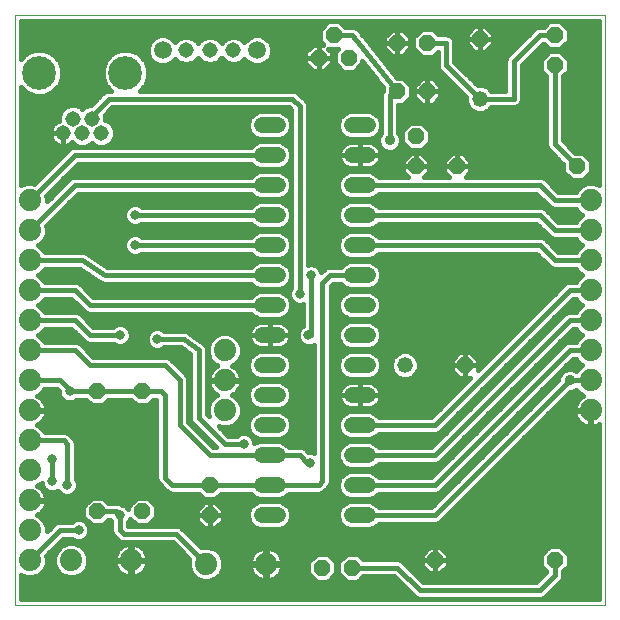
<source format=gbl>
G75*
%MOIN*%
%OFA0B0*%
%FSLAX25Y25*%
%IPPOS*%
%LPD*%
%AMOC8*
5,1,8,0,0,1.08239X$1,22.5*
%
%ADD10C,0.00000*%
%ADD11OC8,0.05200*%
%ADD12C,0.05200*%
%ADD13C,0.05150*%
%ADD14C,0.11220*%
%ADD15C,0.05200*%
%ADD16C,0.05937*%
%ADD17C,0.07400*%
%ADD18C,0.01600*%
%ADD19C,0.03562*%
%ADD20C,0.03169*%
D10*
X0001000Y0001800D02*
X0001000Y0198650D01*
X0197850Y0198650D01*
X0197850Y0001800D01*
X0001000Y0001800D01*
D11*
X0028500Y0033050D03*
X0043500Y0033050D03*
X0066000Y0031800D03*
X0066000Y0041800D03*
X0043500Y0073050D03*
X0028500Y0073050D03*
X0103500Y0014300D03*
X0113500Y0014300D03*
X0141000Y0016800D03*
X0181000Y0016800D03*
X0151000Y0081800D03*
X0148500Y0148050D03*
X0134750Y0148050D03*
X0134750Y0158050D03*
X0138500Y0173050D03*
X0128500Y0173050D03*
X0128500Y0189300D03*
X0138500Y0189300D03*
X0156000Y0190550D03*
X0181000Y0191800D03*
X0181000Y0181800D03*
X0188500Y0148050D03*
X0112250Y0184300D03*
X0107250Y0191800D03*
X0102250Y0184300D03*
D12*
X0156000Y0170550D03*
X0131000Y0081800D03*
D13*
X0073874Y0186800D03*
X0066000Y0186800D03*
X0058126Y0186800D03*
X0029799Y0159221D03*
X0026650Y0163946D03*
X0023500Y0159221D03*
X0020350Y0163946D03*
X0017201Y0159221D03*
D14*
X0009130Y0179300D03*
X0037870Y0179300D03*
D15*
X0083400Y0161800D02*
X0088600Y0161800D01*
X0088600Y0151800D02*
X0083400Y0151800D01*
X0083400Y0141800D02*
X0088600Y0141800D01*
X0088600Y0131800D02*
X0083400Y0131800D01*
X0083400Y0121800D02*
X0088600Y0121800D01*
X0088600Y0111800D02*
X0083400Y0111800D01*
X0083400Y0101800D02*
X0088600Y0101800D01*
X0088600Y0091800D02*
X0083400Y0091800D01*
X0083400Y0081800D02*
X0088600Y0081800D01*
X0088600Y0071800D02*
X0083400Y0071800D01*
X0083400Y0061800D02*
X0088600Y0061800D01*
X0088600Y0051800D02*
X0083400Y0051800D01*
X0083400Y0041800D02*
X0088600Y0041800D01*
X0088600Y0031800D02*
X0083400Y0031800D01*
X0113400Y0031800D02*
X0118600Y0031800D01*
X0118600Y0041800D02*
X0113400Y0041800D01*
X0113400Y0051800D02*
X0118600Y0051800D01*
X0118600Y0061800D02*
X0113400Y0061800D01*
X0113400Y0071800D02*
X0118600Y0071800D01*
X0118600Y0081800D02*
X0113400Y0081800D01*
X0113400Y0091800D02*
X0118600Y0091800D01*
X0118600Y0101800D02*
X0113400Y0101800D01*
X0113400Y0111800D02*
X0118600Y0111800D01*
X0118600Y0121800D02*
X0113400Y0121800D01*
X0113400Y0131800D02*
X0118600Y0131800D01*
X0118600Y0141800D02*
X0113400Y0141800D01*
X0113400Y0151800D02*
X0118600Y0151800D01*
X0118600Y0161800D02*
X0113400Y0161800D01*
D16*
X0081748Y0186800D03*
X0050252Y0186800D03*
D17*
X0006000Y0136800D03*
X0006000Y0126800D03*
X0006000Y0116800D03*
X0006000Y0106800D03*
X0006000Y0096800D03*
X0006000Y0086800D03*
X0006000Y0076800D03*
X0006000Y0066800D03*
X0006000Y0056800D03*
X0006000Y0046800D03*
X0006000Y0036800D03*
X0006000Y0026800D03*
X0006000Y0016800D03*
X0019750Y0016800D03*
X0039750Y0016800D03*
X0064750Y0015550D03*
X0084750Y0015550D03*
X0071000Y0066800D03*
X0071000Y0076800D03*
X0071000Y0086800D03*
X0193000Y0086800D03*
X0193000Y0076800D03*
X0193000Y0066800D03*
X0193000Y0096800D03*
X0193000Y0106800D03*
X0193000Y0116800D03*
X0193000Y0126800D03*
X0193000Y0136800D03*
D18*
X0181000Y0136800D01*
X0176000Y0141800D01*
X0116000Y0141800D01*
X0119515Y0146400D02*
X0112485Y0146400D01*
X0110794Y0145700D01*
X0109500Y0144406D01*
X0108800Y0142715D01*
X0108800Y0140885D01*
X0109500Y0139194D01*
X0110794Y0137900D01*
X0112485Y0137200D01*
X0119515Y0137200D01*
X0121206Y0137900D01*
X0122305Y0139000D01*
X0174840Y0139000D01*
X0178626Y0135214D01*
X0179414Y0134426D01*
X0180443Y0134000D01*
X0187990Y0134000D01*
X0188168Y0133571D01*
X0189771Y0131968D01*
X0190176Y0131800D01*
X0189771Y0131632D01*
X0188168Y0130029D01*
X0187990Y0129600D01*
X0182160Y0129600D01*
X0177586Y0134174D01*
X0176557Y0134600D01*
X0122305Y0134600D01*
X0121206Y0135700D01*
X0119515Y0136400D01*
X0112485Y0136400D01*
X0110794Y0135700D01*
X0109500Y0134406D01*
X0108800Y0132715D01*
X0108800Y0130885D01*
X0109500Y0129194D01*
X0110794Y0127900D01*
X0112485Y0127200D01*
X0119515Y0127200D01*
X0121206Y0127900D01*
X0122305Y0129000D01*
X0174840Y0129000D01*
X0178626Y0125214D01*
X0179414Y0124426D01*
X0180443Y0124000D01*
X0187990Y0124000D01*
X0188168Y0123571D01*
X0189771Y0121968D01*
X0190176Y0121800D01*
X0189771Y0121632D01*
X0188168Y0120029D01*
X0187990Y0119600D01*
X0182160Y0119600D01*
X0177586Y0124174D01*
X0176557Y0124600D01*
X0122305Y0124600D01*
X0121206Y0125700D01*
X0119515Y0126400D01*
X0112485Y0126400D01*
X0110794Y0125700D01*
X0109500Y0124406D01*
X0108800Y0122715D01*
X0108800Y0120885D01*
X0109500Y0119194D01*
X0110794Y0117900D01*
X0112485Y0117200D01*
X0119515Y0117200D01*
X0121206Y0117900D01*
X0122305Y0119000D01*
X0174840Y0119000D01*
X0178626Y0115214D01*
X0179414Y0114426D01*
X0180443Y0114000D01*
X0187990Y0114000D01*
X0188168Y0113571D01*
X0189771Y0111968D01*
X0190176Y0111800D01*
X0189771Y0111632D01*
X0188168Y0110029D01*
X0187990Y0109600D01*
X0185443Y0109600D01*
X0184414Y0109174D01*
X0155400Y0080160D01*
X0155400Y0081800D01*
X0155400Y0083623D01*
X0152823Y0086200D01*
X0151000Y0086200D01*
X0151000Y0081800D01*
X0151000Y0081800D01*
X0155400Y0081800D01*
X0151000Y0081800D01*
X0151000Y0081800D01*
X0151000Y0077400D01*
X0152640Y0077400D01*
X0139840Y0064600D01*
X0122305Y0064600D01*
X0121206Y0065700D01*
X0119515Y0066400D01*
X0112485Y0066400D01*
X0110794Y0065700D01*
X0109500Y0064406D01*
X0108800Y0062715D01*
X0108800Y0060885D01*
X0109500Y0059194D01*
X0110794Y0057900D01*
X0112485Y0057200D01*
X0119515Y0057200D01*
X0121206Y0057900D01*
X0122305Y0059000D01*
X0141557Y0059000D01*
X0142586Y0059426D01*
X0187160Y0104000D01*
X0187990Y0104000D01*
X0188168Y0103571D01*
X0189771Y0101968D01*
X0190176Y0101800D01*
X0189771Y0101632D01*
X0188168Y0100029D01*
X0187990Y0099600D01*
X0185443Y0099600D01*
X0184414Y0099174D01*
X0139840Y0054600D01*
X0122305Y0054600D01*
X0121206Y0055700D01*
X0119515Y0056400D01*
X0112485Y0056400D01*
X0110794Y0055700D01*
X0109500Y0054406D01*
X0108800Y0052715D01*
X0108800Y0050885D01*
X0109500Y0049194D01*
X0110794Y0047900D01*
X0112485Y0047200D01*
X0119515Y0047200D01*
X0121206Y0047900D01*
X0122305Y0049000D01*
X0141557Y0049000D01*
X0142586Y0049426D01*
X0143374Y0050214D01*
X0187160Y0094000D01*
X0187990Y0094000D01*
X0188168Y0093571D01*
X0189771Y0091968D01*
X0190176Y0091800D01*
X0189771Y0091632D01*
X0188168Y0090029D01*
X0187990Y0089600D01*
X0185443Y0089600D01*
X0184414Y0089174D01*
X0139840Y0044600D01*
X0122305Y0044600D01*
X0121206Y0045700D01*
X0119515Y0046400D01*
X0112485Y0046400D01*
X0110794Y0045700D01*
X0109500Y0044406D01*
X0108800Y0042715D01*
X0108800Y0040885D01*
X0109500Y0039194D01*
X0110794Y0037900D01*
X0112485Y0037200D01*
X0119515Y0037200D01*
X0121206Y0037900D01*
X0122305Y0039000D01*
X0141557Y0039000D01*
X0142586Y0039426D01*
X0143374Y0040214D01*
X0187160Y0084000D01*
X0187990Y0084000D01*
X0188168Y0083571D01*
X0189771Y0081968D01*
X0190176Y0081800D01*
X0189771Y0081632D01*
X0188168Y0080029D01*
X0188153Y0079994D01*
X0188142Y0080005D01*
X0186752Y0080581D01*
X0185248Y0080581D01*
X0183858Y0080005D01*
X0182795Y0078942D01*
X0182219Y0077552D01*
X0182219Y0076979D01*
X0139840Y0034600D01*
X0122305Y0034600D01*
X0121206Y0035700D01*
X0119515Y0036400D01*
X0112485Y0036400D01*
X0110794Y0035700D01*
X0109500Y0034406D01*
X0108800Y0032715D01*
X0108800Y0030885D01*
X0109500Y0029194D01*
X0110794Y0027900D01*
X0112485Y0027200D01*
X0119515Y0027200D01*
X0121206Y0027900D01*
X0122305Y0029000D01*
X0141557Y0029000D01*
X0142586Y0029426D01*
X0143374Y0030214D01*
X0186179Y0073019D01*
X0186752Y0073019D01*
X0188142Y0073595D01*
X0188153Y0073606D01*
X0188168Y0073571D01*
X0189771Y0071968D01*
X0190464Y0071681D01*
X0190117Y0071504D01*
X0189417Y0070995D01*
X0188805Y0070383D01*
X0188296Y0069683D01*
X0187903Y0068911D01*
X0187635Y0068088D01*
X0187500Y0067233D01*
X0187500Y0067000D01*
X0192800Y0067000D01*
X0192800Y0066600D01*
X0193200Y0066600D01*
X0193200Y0061300D01*
X0193433Y0061300D01*
X0194288Y0061435D01*
X0195111Y0061703D01*
X0195850Y0062080D01*
X0195850Y0003800D01*
X0003000Y0003800D01*
X0003000Y0011873D01*
X0004866Y0011100D01*
X0007134Y0011100D01*
X0009229Y0011968D01*
X0010832Y0013571D01*
X0011700Y0015666D01*
X0011700Y0017934D01*
X0011522Y0018363D01*
X0017160Y0024000D01*
X0019981Y0024000D01*
X0020220Y0023761D01*
X0021537Y0023216D01*
X0022963Y0023216D01*
X0024280Y0023761D01*
X0025289Y0024770D01*
X0025834Y0026087D01*
X0025834Y0027513D01*
X0025289Y0028830D01*
X0024280Y0029839D01*
X0022963Y0030384D01*
X0021537Y0030384D01*
X0020220Y0029839D01*
X0019981Y0029600D01*
X0015443Y0029600D01*
X0014414Y0029174D01*
X0013626Y0028386D01*
X0011700Y0026460D01*
X0011700Y0027934D01*
X0010832Y0030029D01*
X0009229Y0031632D01*
X0008536Y0031919D01*
X0008883Y0032096D01*
X0009583Y0032605D01*
X0010195Y0033217D01*
X0010704Y0033917D01*
X0011097Y0034689D01*
X0011365Y0035512D01*
X0011500Y0036367D01*
X0011500Y0036600D01*
X0006200Y0036600D01*
X0006200Y0037000D01*
X0011500Y0037000D01*
X0011500Y0037233D01*
X0011365Y0038088D01*
X0011097Y0038911D01*
X0010704Y0039683D01*
X0010195Y0040383D01*
X0009583Y0040995D01*
X0008883Y0041504D01*
X0008536Y0041681D01*
X0009229Y0041968D01*
X0009916Y0042655D01*
X0009916Y0042337D01*
X0010461Y0041020D01*
X0011470Y0040011D01*
X0012787Y0039466D01*
X0014213Y0039466D01*
X0015386Y0039952D01*
X0015461Y0039770D01*
X0016470Y0038761D01*
X0017787Y0038216D01*
X0019213Y0038216D01*
X0020530Y0038761D01*
X0021539Y0039770D01*
X0022084Y0041087D01*
X0022084Y0042513D01*
X0021539Y0043830D01*
X0021300Y0044069D01*
X0021300Y0056107D01*
X0020874Y0057136D01*
X0018836Y0059174D01*
X0017807Y0059600D01*
X0011010Y0059600D01*
X0010832Y0060029D01*
X0009229Y0061632D01*
X0008536Y0061919D01*
X0008883Y0062096D01*
X0009583Y0062605D01*
X0010195Y0063217D01*
X0010704Y0063917D01*
X0011097Y0064689D01*
X0011365Y0065512D01*
X0011500Y0066367D01*
X0011500Y0066600D01*
X0006200Y0066600D01*
X0006200Y0067000D01*
X0011500Y0067000D01*
X0011500Y0067233D01*
X0011365Y0068088D01*
X0011097Y0068911D01*
X0010704Y0069683D01*
X0010195Y0070383D01*
X0009583Y0070995D01*
X0008883Y0071504D01*
X0008536Y0071681D01*
X0009229Y0071968D01*
X0010832Y0073571D01*
X0011010Y0074000D01*
X0014840Y0074000D01*
X0015681Y0073159D01*
X0015681Y0072337D01*
X0016227Y0071020D01*
X0017235Y0070011D01*
X0018553Y0069466D01*
X0019979Y0069466D01*
X0021296Y0070011D01*
X0021535Y0070250D01*
X0024795Y0070250D01*
X0026595Y0068450D01*
X0030405Y0068450D01*
X0032205Y0070250D01*
X0039795Y0070250D01*
X0041595Y0068450D01*
X0045405Y0068450D01*
X0047205Y0070250D01*
X0048200Y0070250D01*
X0048200Y0043743D01*
X0048626Y0042714D01*
X0051126Y0040214D01*
X0051914Y0039426D01*
X0052943Y0039000D01*
X0062295Y0039000D01*
X0064095Y0037200D01*
X0067905Y0037200D01*
X0069705Y0039000D01*
X0079695Y0039000D01*
X0080794Y0037900D01*
X0082485Y0037200D01*
X0089515Y0037200D01*
X0091206Y0037900D01*
X0092305Y0039000D01*
X0102807Y0039000D01*
X0103836Y0039426D01*
X0105086Y0040676D01*
X0105874Y0041464D01*
X0106300Y0042493D01*
X0106300Y0108140D01*
X0107160Y0109000D01*
X0109695Y0109000D01*
X0110794Y0107900D01*
X0112485Y0107200D01*
X0119515Y0107200D01*
X0121206Y0107900D01*
X0122500Y0109194D01*
X0123200Y0110885D01*
X0123200Y0112715D01*
X0122500Y0114406D01*
X0121206Y0115700D01*
X0119515Y0116400D01*
X0112485Y0116400D01*
X0110794Y0115700D01*
X0109695Y0114600D01*
X0105443Y0114600D01*
X0104414Y0114174D01*
X0103626Y0113386D01*
X0103164Y0112924D01*
X0102789Y0113830D01*
X0101780Y0114839D01*
X0100463Y0115384D01*
X0099037Y0115384D01*
X0098800Y0115286D01*
X0098800Y0168607D01*
X0098374Y0169636D01*
X0097586Y0170424D01*
X0095086Y0172924D01*
X0094057Y0173350D01*
X0042683Y0173350D01*
X0044322Y0174989D01*
X0045480Y0177786D01*
X0045480Y0180814D01*
X0044322Y0183611D01*
X0042181Y0185752D01*
X0039384Y0186910D01*
X0036356Y0186910D01*
X0033559Y0185752D01*
X0031418Y0183611D01*
X0030260Y0180814D01*
X0030260Y0177786D01*
X0031418Y0174989D01*
X0033058Y0173350D01*
X0031693Y0173350D01*
X0030664Y0172924D01*
X0029876Y0172136D01*
X0026261Y0168520D01*
X0025740Y0168520D01*
X0024058Y0167824D01*
X0023500Y0167266D01*
X0022942Y0167824D01*
X0021260Y0168520D01*
X0019440Y0168520D01*
X0017759Y0167824D01*
X0016472Y0166537D01*
X0015776Y0164856D01*
X0015776Y0163358D01*
X0015521Y0163276D01*
X0014908Y0162963D01*
X0014351Y0162558D01*
X0013864Y0162071D01*
X0013459Y0161514D01*
X0013146Y0160901D01*
X0012934Y0160246D01*
X0012826Y0159566D01*
X0012826Y0159221D01*
X0012826Y0158877D01*
X0012934Y0158197D01*
X0013146Y0157542D01*
X0013459Y0156928D01*
X0013864Y0156371D01*
X0014351Y0155884D01*
X0014908Y0155480D01*
X0015521Y0155167D01*
X0016176Y0154954D01*
X0016856Y0154846D01*
X0017201Y0154846D01*
X0017545Y0154846D01*
X0018225Y0154954D01*
X0018880Y0155167D01*
X0019494Y0155480D01*
X0020051Y0155884D01*
X0020209Y0156043D01*
X0020909Y0155343D01*
X0022590Y0154646D01*
X0024410Y0154646D01*
X0026091Y0155343D01*
X0026650Y0155901D01*
X0027208Y0155343D01*
X0028889Y0154646D01*
X0030709Y0154646D01*
X0032391Y0155343D01*
X0033678Y0156630D01*
X0034374Y0158311D01*
X0034374Y0160131D01*
X0033678Y0161813D01*
X0032391Y0163100D01*
X0031224Y0163583D01*
X0031224Y0164856D01*
X0031017Y0165357D01*
X0033410Y0167750D01*
X0092340Y0167750D01*
X0093200Y0166890D01*
X0093200Y0107819D01*
X0092961Y0107580D01*
X0092416Y0106263D01*
X0092416Y0104837D01*
X0092961Y0103520D01*
X0093970Y0102511D01*
X0095287Y0101966D01*
X0096713Y0101966D01*
X0096950Y0102064D01*
X0096950Y0094886D01*
X0096835Y0094839D01*
X0095827Y0093830D01*
X0095281Y0092513D01*
X0095281Y0091087D01*
X0095827Y0089770D01*
X0096835Y0088761D01*
X0098153Y0088216D01*
X0099579Y0088216D01*
X0100700Y0088680D01*
X0100700Y0052635D01*
X0100097Y0052884D01*
X0098876Y0052884D01*
X0097586Y0054174D01*
X0096557Y0054600D01*
X0092305Y0054600D01*
X0091206Y0055700D01*
X0089515Y0056400D01*
X0082485Y0056400D01*
X0080834Y0055716D01*
X0080834Y0056263D01*
X0080289Y0057580D01*
X0079280Y0058589D01*
X0077963Y0059134D01*
X0076537Y0059134D01*
X0075220Y0058589D01*
X0074981Y0058350D01*
X0072160Y0058350D01*
X0069087Y0061423D01*
X0069866Y0061100D01*
X0072134Y0061100D01*
X0074229Y0061968D01*
X0075832Y0063571D01*
X0076700Y0065666D01*
X0076700Y0067934D01*
X0075832Y0070029D01*
X0074229Y0071632D01*
X0073536Y0071919D01*
X0073883Y0072096D01*
X0074583Y0072605D01*
X0075195Y0073217D01*
X0075704Y0073917D01*
X0076097Y0074689D01*
X0076365Y0075512D01*
X0076500Y0076367D01*
X0076500Y0076600D01*
X0071200Y0076600D01*
X0071200Y0077000D01*
X0076500Y0077000D01*
X0076500Y0077233D01*
X0076365Y0078088D01*
X0076097Y0078911D01*
X0075704Y0079683D01*
X0075195Y0080383D01*
X0074583Y0080995D01*
X0073883Y0081504D01*
X0073536Y0081681D01*
X0074229Y0081968D01*
X0075832Y0083571D01*
X0076700Y0085666D01*
X0076700Y0087934D01*
X0075832Y0090029D01*
X0074229Y0091632D01*
X0072134Y0092500D01*
X0069866Y0092500D01*
X0067771Y0091632D01*
X0066168Y0090029D01*
X0065300Y0087934D01*
X0065300Y0085666D01*
X0066168Y0083571D01*
X0067771Y0081968D01*
X0068464Y0081681D01*
X0068117Y0081504D01*
X0067417Y0080995D01*
X0066805Y0080383D01*
X0066296Y0079683D01*
X0065903Y0078911D01*
X0065635Y0078088D01*
X0065500Y0077233D01*
X0065500Y0077000D01*
X0070800Y0077000D01*
X0070800Y0076600D01*
X0065500Y0076600D01*
X0065500Y0076367D01*
X0065635Y0075512D01*
X0065903Y0074689D01*
X0066296Y0073917D01*
X0066805Y0073217D01*
X0067417Y0072605D01*
X0068117Y0072096D01*
X0068464Y0071919D01*
X0067771Y0071632D01*
X0066168Y0070029D01*
X0065300Y0067934D01*
X0065300Y0065666D01*
X0065623Y0064887D01*
X0065050Y0065460D01*
X0065050Y0086447D01*
X0065101Y0086645D01*
X0065050Y0086999D01*
X0065050Y0087357D01*
X0064972Y0087545D01*
X0064943Y0087747D01*
X0064761Y0088055D01*
X0064624Y0088386D01*
X0064479Y0088530D01*
X0064376Y0088706D01*
X0064089Y0088921D01*
X0063836Y0089174D01*
X0063648Y0089252D01*
X0059089Y0092671D01*
X0058836Y0092924D01*
X0058648Y0093002D01*
X0058484Y0093124D01*
X0058138Y0093213D01*
X0057807Y0093350D01*
X0057603Y0093350D01*
X0057405Y0093401D01*
X0057051Y0093350D01*
X0050769Y0093350D01*
X0050530Y0093589D01*
X0049213Y0094134D01*
X0047787Y0094134D01*
X0046470Y0093589D01*
X0045461Y0092580D01*
X0044916Y0091263D01*
X0044916Y0089837D01*
X0045461Y0088520D01*
X0046470Y0087511D01*
X0047787Y0086966D01*
X0049213Y0086966D01*
X0050530Y0087511D01*
X0050769Y0087750D01*
X0056317Y0087750D01*
X0059450Y0085400D01*
X0059450Y0063743D01*
X0059876Y0062714D01*
X0067990Y0054600D01*
X0067160Y0054600D01*
X0058800Y0062960D01*
X0058800Y0077357D01*
X0058374Y0078386D01*
X0057586Y0079174D01*
X0053374Y0083386D01*
X0052586Y0084174D01*
X0051557Y0084600D01*
X0027160Y0084600D01*
X0022586Y0089174D01*
X0021557Y0089600D01*
X0011010Y0089600D01*
X0010832Y0090029D01*
X0009229Y0091632D01*
X0008824Y0091800D01*
X0009229Y0091968D01*
X0010832Y0093571D01*
X0011010Y0094000D01*
X0019840Y0094000D01*
X0023626Y0090214D01*
X0024414Y0089426D01*
X0025443Y0089000D01*
X0033731Y0089000D01*
X0033970Y0088761D01*
X0035287Y0088216D01*
X0036713Y0088216D01*
X0038030Y0088761D01*
X0039039Y0089770D01*
X0039584Y0091087D01*
X0039584Y0092513D01*
X0039039Y0093830D01*
X0038030Y0094839D01*
X0036713Y0095384D01*
X0035287Y0095384D01*
X0033970Y0094839D01*
X0033731Y0094600D01*
X0027160Y0094600D01*
X0022586Y0099174D01*
X0021557Y0099600D01*
X0011010Y0099600D01*
X0010832Y0100029D01*
X0009229Y0101632D01*
X0008824Y0101800D01*
X0009229Y0101968D01*
X0010832Y0103571D01*
X0011010Y0104000D01*
X0019840Y0104000D01*
X0023626Y0100214D01*
X0024414Y0099426D01*
X0025443Y0099000D01*
X0079695Y0099000D01*
X0080794Y0097900D01*
X0082485Y0097200D01*
X0089515Y0097200D01*
X0091206Y0097900D01*
X0092500Y0099194D01*
X0093200Y0100885D01*
X0093200Y0102715D01*
X0092500Y0104406D01*
X0091206Y0105700D01*
X0089515Y0106400D01*
X0082485Y0106400D01*
X0080794Y0105700D01*
X0079695Y0104600D01*
X0027160Y0104600D01*
X0022586Y0109174D01*
X0021557Y0109600D01*
X0011010Y0109600D01*
X0010832Y0110029D01*
X0009229Y0111632D01*
X0008824Y0111800D01*
X0009229Y0111968D01*
X0010832Y0113571D01*
X0011010Y0114000D01*
X0022652Y0114000D01*
X0029216Y0109624D01*
X0029414Y0109426D01*
X0029675Y0109318D01*
X0029910Y0109161D01*
X0030185Y0109107D01*
X0030443Y0109000D01*
X0030726Y0109000D01*
X0031003Y0108945D01*
X0031277Y0109000D01*
X0079695Y0109000D01*
X0080794Y0107900D01*
X0082485Y0107200D01*
X0089515Y0107200D01*
X0091206Y0107900D01*
X0092500Y0109194D01*
X0093200Y0110885D01*
X0093200Y0112715D01*
X0092500Y0114406D01*
X0091206Y0115700D01*
X0089515Y0116400D01*
X0082485Y0116400D01*
X0080794Y0115700D01*
X0079695Y0114600D01*
X0031848Y0114600D01*
X0025284Y0118976D01*
X0025086Y0119174D01*
X0024825Y0119282D01*
X0024590Y0119439D01*
X0024315Y0119493D01*
X0024057Y0119600D01*
X0023774Y0119600D01*
X0023497Y0119655D01*
X0023223Y0119600D01*
X0011010Y0119600D01*
X0010832Y0120029D01*
X0009229Y0121632D01*
X0008824Y0121800D01*
X0009229Y0121968D01*
X0010832Y0123571D01*
X0011700Y0125666D01*
X0011700Y0127934D01*
X0011522Y0128363D01*
X0022160Y0139000D01*
X0079695Y0139000D01*
X0080794Y0137900D01*
X0082485Y0137200D01*
X0089515Y0137200D01*
X0091206Y0137900D01*
X0092500Y0139194D01*
X0093200Y0140885D01*
X0093200Y0142715D01*
X0092500Y0144406D01*
X0091206Y0145700D01*
X0089515Y0146400D01*
X0082485Y0146400D01*
X0080794Y0145700D01*
X0079695Y0144600D01*
X0020443Y0144600D01*
X0019414Y0144174D01*
X0018626Y0143386D01*
X0011700Y0136460D01*
X0011700Y0137934D01*
X0011522Y0138363D01*
X0022160Y0149000D01*
X0079695Y0149000D01*
X0080794Y0147900D01*
X0082485Y0147200D01*
X0089515Y0147200D01*
X0091206Y0147900D01*
X0092500Y0149194D01*
X0093200Y0150885D01*
X0093200Y0152715D01*
X0092500Y0154406D01*
X0091206Y0155700D01*
X0089515Y0156400D01*
X0082485Y0156400D01*
X0080794Y0155700D01*
X0079695Y0154600D01*
X0020443Y0154600D01*
X0019414Y0154174D01*
X0018626Y0153386D01*
X0007563Y0142322D01*
X0007134Y0142500D01*
X0004866Y0142500D01*
X0003000Y0141727D01*
X0003000Y0174667D01*
X0004819Y0172848D01*
X0007616Y0171690D01*
X0010644Y0171690D01*
X0013441Y0172848D01*
X0015582Y0174989D01*
X0016740Y0177786D01*
X0016740Y0180814D01*
X0015582Y0183611D01*
X0013441Y0185752D01*
X0010644Y0186910D01*
X0007616Y0186910D01*
X0004819Y0185752D01*
X0003000Y0183933D01*
X0003000Y0196650D01*
X0195850Y0196650D01*
X0195850Y0141789D01*
X0194134Y0142500D01*
X0191866Y0142500D01*
X0189771Y0141632D01*
X0188168Y0140029D01*
X0187990Y0139600D01*
X0182160Y0139600D01*
X0177586Y0144174D01*
X0176557Y0144600D01*
X0151273Y0144600D01*
X0152900Y0146227D01*
X0152900Y0148050D01*
X0152900Y0149873D01*
X0150323Y0152450D01*
X0148500Y0152450D01*
X0148500Y0148050D01*
X0148500Y0148050D01*
X0152900Y0148050D01*
X0148500Y0148050D01*
X0148500Y0148050D01*
X0148500Y0148050D01*
X0144100Y0148050D01*
X0144100Y0149873D01*
X0146677Y0152450D01*
X0148500Y0152450D01*
X0148500Y0148050D01*
X0144100Y0148050D01*
X0144100Y0146227D01*
X0145727Y0144600D01*
X0137523Y0144600D01*
X0139150Y0146227D01*
X0139150Y0148050D01*
X0139150Y0149873D01*
X0136573Y0152450D01*
X0134750Y0152450D01*
X0134750Y0148050D01*
X0134750Y0148050D01*
X0139150Y0148050D01*
X0134750Y0148050D01*
X0134750Y0148050D01*
X0134750Y0148050D01*
X0130350Y0148050D01*
X0130350Y0149873D01*
X0132927Y0152450D01*
X0134750Y0152450D01*
X0134750Y0148050D01*
X0130350Y0148050D01*
X0130350Y0146227D01*
X0131977Y0144600D01*
X0122305Y0144600D01*
X0121206Y0145700D01*
X0119515Y0146400D01*
X0119630Y0147508D02*
X0118946Y0147400D01*
X0116000Y0147400D01*
X0116000Y0151800D01*
X0116000Y0151800D01*
X0116000Y0156200D01*
X0118946Y0156200D01*
X0119630Y0156092D01*
X0120289Y0155878D01*
X0120906Y0155563D01*
X0121466Y0155156D01*
X0121956Y0154666D01*
X0122363Y0154106D01*
X0122678Y0153489D01*
X0122892Y0152830D01*
X0123000Y0152146D01*
X0123000Y0151800D01*
X0116000Y0151800D01*
X0116000Y0151800D01*
X0116000Y0151800D01*
X0116000Y0151800D01*
X0109000Y0151800D01*
X0109000Y0152146D01*
X0109108Y0152830D01*
X0109322Y0153489D01*
X0109637Y0154106D01*
X0110044Y0154666D01*
X0110534Y0155156D01*
X0111094Y0155563D01*
X0111711Y0155878D01*
X0112370Y0156092D01*
X0113054Y0156200D01*
X0116000Y0156200D01*
X0116000Y0151800D01*
X0123000Y0151800D01*
X0123000Y0151454D01*
X0122892Y0150770D01*
X0122678Y0150111D01*
X0122363Y0149494D01*
X0121956Y0148934D01*
X0121466Y0148444D01*
X0120906Y0148037D01*
X0120289Y0147722D01*
X0119630Y0147508D01*
X0121239Y0145666D02*
X0130911Y0145666D01*
X0130350Y0147265D02*
X0098800Y0147265D01*
X0098800Y0148863D02*
X0110114Y0148863D01*
X0110044Y0148934D02*
X0110534Y0148444D01*
X0111094Y0148037D01*
X0111711Y0147722D01*
X0112370Y0147508D01*
X0113054Y0147400D01*
X0116000Y0147400D01*
X0116000Y0151800D01*
X0109000Y0151800D01*
X0109000Y0151454D01*
X0109108Y0150770D01*
X0109322Y0150111D01*
X0109637Y0149494D01*
X0110044Y0148934D01*
X0109208Y0150462D02*
X0098800Y0150462D01*
X0098800Y0152060D02*
X0109000Y0152060D01*
X0109409Y0153659D02*
X0098800Y0153659D01*
X0098800Y0155257D02*
X0110673Y0155257D01*
X0110794Y0157900D02*
X0112485Y0157200D01*
X0119515Y0157200D01*
X0121206Y0157900D01*
X0122500Y0159194D01*
X0123200Y0160885D01*
X0123200Y0162715D01*
X0122500Y0164406D01*
X0121206Y0165700D01*
X0119515Y0166400D01*
X0112485Y0166400D01*
X0110794Y0165700D01*
X0109500Y0164406D01*
X0108800Y0162715D01*
X0108800Y0160885D01*
X0109500Y0159194D01*
X0110794Y0157900D01*
X0110241Y0158454D02*
X0098800Y0158454D01*
X0098800Y0156856D02*
X0122219Y0156856D01*
X0122219Y0157552D02*
X0122219Y0156048D01*
X0122795Y0154658D01*
X0123858Y0153595D01*
X0125248Y0153019D01*
X0126752Y0153019D01*
X0128142Y0153595D01*
X0129205Y0154658D01*
X0129781Y0156048D01*
X0129781Y0157552D01*
X0129205Y0158942D01*
X0128800Y0159347D01*
X0128800Y0168450D01*
X0130405Y0168450D01*
X0133100Y0171145D01*
X0133100Y0174955D01*
X0130405Y0177650D01*
X0128406Y0177650D01*
X0115935Y0193239D01*
X0115874Y0193386D01*
X0115590Y0193670D01*
X0115338Y0193984D01*
X0115199Y0194061D01*
X0115086Y0194174D01*
X0114715Y0194327D01*
X0114363Y0194521D01*
X0114204Y0194539D01*
X0114057Y0194600D01*
X0113655Y0194600D01*
X0113256Y0194644D01*
X0113102Y0194600D01*
X0110955Y0194600D01*
X0109155Y0196400D01*
X0105345Y0196400D01*
X0102650Y0193705D01*
X0102650Y0189895D01*
X0103845Y0188700D01*
X0102250Y0188700D01*
X0102250Y0184300D01*
X0106650Y0184300D01*
X0106650Y0186123D01*
X0105573Y0187200D01*
X0108645Y0187200D01*
X0107650Y0186205D01*
X0107650Y0182395D01*
X0110345Y0179700D01*
X0114155Y0179700D01*
X0116850Y0182395D01*
X0116850Y0183130D01*
X0123900Y0174318D01*
X0123900Y0173660D01*
X0123626Y0173386D01*
X0123587Y0173291D01*
X0123520Y0173214D01*
X0123375Y0172780D01*
X0123200Y0172357D01*
X0123200Y0172254D01*
X0123168Y0172157D01*
X0123200Y0171701D01*
X0123200Y0159347D01*
X0122795Y0158942D01*
X0122219Y0157552D01*
X0122593Y0158454D02*
X0121759Y0158454D01*
X0122855Y0160053D02*
X0123200Y0160053D01*
X0123200Y0161651D02*
X0123200Y0161651D01*
X0123200Y0163250D02*
X0122979Y0163250D01*
X0123200Y0164848D02*
X0122057Y0164848D01*
X0123200Y0166447D02*
X0098800Y0166447D01*
X0098800Y0168045D02*
X0123200Y0168045D01*
X0123200Y0169644D02*
X0098366Y0169644D01*
X0096768Y0171242D02*
X0123200Y0171242D01*
X0123395Y0172841D02*
X0095169Y0172841D01*
X0093500Y0170550D02*
X0096000Y0168050D01*
X0096000Y0105550D01*
X0093982Y0102506D02*
X0093200Y0102506D01*
X0093200Y0100908D02*
X0096950Y0100908D01*
X0096950Y0099309D02*
X0092547Y0099309D01*
X0090748Y0097711D02*
X0096950Y0097711D01*
X0096950Y0096112D02*
X0089501Y0096112D01*
X0089630Y0096092D02*
X0088946Y0096200D01*
X0086000Y0096200D01*
X0086000Y0091800D01*
X0086000Y0091800D01*
X0093000Y0091800D01*
X0093000Y0092146D01*
X0092892Y0092830D01*
X0092678Y0093489D01*
X0092363Y0094106D01*
X0091956Y0094666D01*
X0091466Y0095156D01*
X0090906Y0095563D01*
X0090289Y0095878D01*
X0089630Y0096092D01*
X0092067Y0094514D02*
X0096511Y0094514D01*
X0095448Y0092915D02*
X0092864Y0092915D01*
X0093000Y0091800D02*
X0086000Y0091800D01*
X0086000Y0091800D01*
X0086000Y0087400D01*
X0088946Y0087400D01*
X0089630Y0087508D01*
X0090289Y0087722D01*
X0090906Y0088037D01*
X0091466Y0088444D01*
X0091956Y0088934D01*
X0092363Y0089494D01*
X0092678Y0090111D01*
X0092892Y0090770D01*
X0093000Y0091454D01*
X0093000Y0091800D01*
X0092978Y0091317D02*
X0095281Y0091317D01*
X0095879Y0089718D02*
X0092477Y0089718D01*
X0091020Y0088120D02*
X0100700Y0088120D01*
X0100700Y0086521D02*
X0076700Y0086521D01*
X0076623Y0088120D02*
X0080980Y0088120D01*
X0081094Y0088037D02*
X0081711Y0087722D01*
X0082370Y0087508D01*
X0083054Y0087400D01*
X0086000Y0087400D01*
X0086000Y0091800D01*
X0086000Y0091800D01*
X0086000Y0091800D01*
X0079000Y0091800D01*
X0079000Y0092146D01*
X0079108Y0092830D01*
X0079322Y0093489D01*
X0079637Y0094106D01*
X0080044Y0094666D01*
X0080534Y0095156D01*
X0081094Y0095563D01*
X0081711Y0095878D01*
X0082370Y0096092D01*
X0083054Y0096200D01*
X0086000Y0096200D01*
X0086000Y0091800D01*
X0079000Y0091800D01*
X0079000Y0091454D01*
X0079108Y0090770D01*
X0079322Y0090111D01*
X0079637Y0089494D01*
X0080044Y0088934D01*
X0080534Y0088444D01*
X0081094Y0088037D01*
X0082485Y0086400D02*
X0080794Y0085700D01*
X0079500Y0084406D01*
X0078800Y0082715D01*
X0078800Y0080885D01*
X0079500Y0079194D01*
X0080794Y0077900D01*
X0082485Y0077200D01*
X0089515Y0077200D01*
X0091206Y0077900D01*
X0092500Y0079194D01*
X0093200Y0080885D01*
X0093200Y0082715D01*
X0092500Y0084406D01*
X0091206Y0085700D01*
X0089515Y0086400D01*
X0082485Y0086400D01*
X0080017Y0084923D02*
X0076392Y0084923D01*
X0075585Y0083324D02*
X0079052Y0083324D01*
X0078800Y0081726D02*
X0073644Y0081726D01*
X0075381Y0080127D02*
X0079114Y0080127D01*
X0080166Y0078529D02*
X0076221Y0078529D01*
X0076306Y0075332D02*
X0080426Y0075332D01*
X0080794Y0075700D02*
X0079500Y0074406D01*
X0078800Y0072715D01*
X0078800Y0070885D01*
X0079500Y0069194D01*
X0080794Y0067900D01*
X0082485Y0067200D01*
X0089515Y0067200D01*
X0091206Y0067900D01*
X0092500Y0069194D01*
X0093200Y0070885D01*
X0093200Y0072715D01*
X0092500Y0074406D01*
X0091206Y0075700D01*
X0089515Y0076400D01*
X0082485Y0076400D01*
X0080794Y0075700D01*
X0079222Y0073733D02*
X0075570Y0073733D01*
X0073936Y0072134D02*
X0078800Y0072134D01*
X0078945Y0070536D02*
X0075325Y0070536D01*
X0076284Y0068937D02*
X0079757Y0068937D01*
X0082149Y0067339D02*
X0076700Y0067339D01*
X0076700Y0065740D02*
X0080893Y0065740D01*
X0080794Y0065700D02*
X0079500Y0064406D01*
X0078800Y0062715D01*
X0078800Y0060885D01*
X0079500Y0059194D01*
X0080794Y0057900D01*
X0082485Y0057200D01*
X0089515Y0057200D01*
X0091206Y0057900D01*
X0092500Y0059194D01*
X0093200Y0060885D01*
X0093200Y0062715D01*
X0092500Y0064406D01*
X0091206Y0065700D01*
X0089515Y0066400D01*
X0082485Y0066400D01*
X0080794Y0065700D01*
X0079391Y0064142D02*
X0076069Y0064142D01*
X0074804Y0062543D02*
X0078800Y0062543D01*
X0078800Y0060945D02*
X0069565Y0060945D01*
X0071163Y0059346D02*
X0079437Y0059346D01*
X0080121Y0057748D02*
X0081162Y0057748D01*
X0080834Y0056149D02*
X0081880Y0056149D01*
X0086000Y0051800D02*
X0096000Y0051800D01*
X0098500Y0049300D01*
X0099384Y0049300D01*
X0098807Y0052952D02*
X0100700Y0052952D01*
X0100700Y0054551D02*
X0096676Y0054551D01*
X0100700Y0056149D02*
X0090120Y0056149D01*
X0090838Y0057748D02*
X0100700Y0057748D01*
X0100700Y0059346D02*
X0092563Y0059346D01*
X0093200Y0060945D02*
X0100700Y0060945D01*
X0100700Y0062543D02*
X0093200Y0062543D01*
X0092609Y0064142D02*
X0100700Y0064142D01*
X0100700Y0065740D02*
X0091107Y0065740D01*
X0089850Y0067339D02*
X0100700Y0067339D01*
X0100700Y0068937D02*
X0092243Y0068937D01*
X0093055Y0070536D02*
X0100700Y0070536D01*
X0100700Y0072134D02*
X0093200Y0072134D01*
X0092778Y0073733D02*
X0100700Y0073733D01*
X0100700Y0075332D02*
X0091574Y0075332D01*
X0091834Y0078529D02*
X0100700Y0078529D01*
X0100700Y0080127D02*
X0092886Y0080127D01*
X0093200Y0081726D02*
X0100700Y0081726D01*
X0100700Y0083324D02*
X0092948Y0083324D01*
X0091983Y0084923D02*
X0100700Y0084923D01*
X0106300Y0084923D02*
X0110017Y0084923D01*
X0109500Y0084406D02*
X0108800Y0082715D01*
X0108800Y0080885D01*
X0109500Y0079194D01*
X0110794Y0077900D01*
X0112485Y0077200D01*
X0119515Y0077200D01*
X0121206Y0077900D01*
X0122500Y0079194D01*
X0123200Y0080885D01*
X0123200Y0082715D01*
X0122500Y0084406D01*
X0121206Y0085700D01*
X0119515Y0086400D01*
X0112485Y0086400D01*
X0110794Y0085700D01*
X0109500Y0084406D01*
X0109052Y0083324D02*
X0106300Y0083324D01*
X0106300Y0081726D02*
X0108800Y0081726D01*
X0109114Y0080127D02*
X0106300Y0080127D01*
X0106300Y0078529D02*
X0110166Y0078529D01*
X0111711Y0075878D02*
X0111094Y0075563D01*
X0110534Y0075156D01*
X0110044Y0074666D01*
X0109637Y0074106D01*
X0109322Y0073489D01*
X0109108Y0072830D01*
X0109000Y0072146D01*
X0109000Y0071800D01*
X0116000Y0071800D01*
X0116000Y0071800D01*
X0116000Y0076200D01*
X0118946Y0076200D01*
X0119630Y0076092D01*
X0120289Y0075878D01*
X0120906Y0075563D01*
X0121466Y0075156D01*
X0121956Y0074666D01*
X0122363Y0074106D01*
X0122678Y0073489D01*
X0122892Y0072830D01*
X0123000Y0072146D01*
X0123000Y0071800D01*
X0116000Y0071800D01*
X0116000Y0071800D01*
X0116000Y0067400D01*
X0118946Y0067400D01*
X0119630Y0067508D01*
X0120289Y0067722D01*
X0120906Y0068037D01*
X0121466Y0068444D01*
X0121956Y0068934D01*
X0122363Y0069494D01*
X0122678Y0070111D01*
X0122892Y0070770D01*
X0123000Y0071454D01*
X0123000Y0071800D01*
X0116000Y0071800D01*
X0116000Y0071800D01*
X0116000Y0071800D01*
X0116000Y0076200D01*
X0113054Y0076200D01*
X0112370Y0076092D01*
X0111711Y0075878D01*
X0110775Y0075332D02*
X0106300Y0075332D01*
X0106300Y0076930D02*
X0152170Y0076930D01*
X0151000Y0077400D02*
X0151000Y0081800D01*
X0151000Y0081800D01*
X0151000Y0081800D01*
X0146600Y0081800D01*
X0146600Y0083623D01*
X0149177Y0086200D01*
X0151000Y0086200D01*
X0151000Y0081800D01*
X0146600Y0081800D01*
X0146600Y0079977D01*
X0149177Y0077400D01*
X0151000Y0077400D01*
X0151000Y0078529D02*
X0151000Y0078529D01*
X0151000Y0080127D02*
X0151000Y0080127D01*
X0151000Y0081726D02*
X0151000Y0081726D01*
X0151000Y0083324D02*
X0151000Y0083324D01*
X0151000Y0084923D02*
X0151000Y0084923D01*
X0147900Y0084923D02*
X0134383Y0084923D01*
X0134900Y0084406D02*
X0133606Y0085700D01*
X0131915Y0086400D01*
X0130085Y0086400D01*
X0128394Y0085700D01*
X0127100Y0084406D01*
X0126400Y0082715D01*
X0126400Y0080885D01*
X0127100Y0079194D01*
X0128394Y0077900D01*
X0130085Y0077200D01*
X0131915Y0077200D01*
X0133606Y0077900D01*
X0134900Y0079194D01*
X0135600Y0080885D01*
X0135600Y0082715D01*
X0134900Y0084406D01*
X0135348Y0083324D02*
X0146600Y0083324D01*
X0146600Y0081726D02*
X0135600Y0081726D01*
X0135286Y0080127D02*
X0146600Y0080127D01*
X0148049Y0078529D02*
X0134234Y0078529D01*
X0127766Y0078529D02*
X0121834Y0078529D01*
X0122886Y0080127D02*
X0126714Y0080127D01*
X0126400Y0081726D02*
X0123200Y0081726D01*
X0122948Y0083324D02*
X0126652Y0083324D01*
X0127617Y0084923D02*
X0121983Y0084923D01*
X0121206Y0087900D02*
X0119515Y0087200D01*
X0112485Y0087200D01*
X0110794Y0087900D01*
X0109500Y0089194D01*
X0108800Y0090885D01*
X0108800Y0092715D01*
X0109500Y0094406D01*
X0110794Y0095700D01*
X0112485Y0096400D01*
X0119515Y0096400D01*
X0121206Y0095700D01*
X0122500Y0094406D01*
X0123200Y0092715D01*
X0123200Y0090885D01*
X0122500Y0089194D01*
X0121206Y0087900D01*
X0121425Y0088120D02*
X0163360Y0088120D01*
X0164958Y0089718D02*
X0122717Y0089718D01*
X0123200Y0091317D02*
X0166557Y0091317D01*
X0168155Y0092915D02*
X0123117Y0092915D01*
X0122392Y0094514D02*
X0169754Y0094514D01*
X0171352Y0096112D02*
X0120210Y0096112D01*
X0119515Y0097200D02*
X0121206Y0097900D01*
X0122500Y0099194D01*
X0123200Y0100885D01*
X0123200Y0102715D01*
X0122500Y0104406D01*
X0121206Y0105700D01*
X0119515Y0106400D01*
X0112485Y0106400D01*
X0110794Y0105700D01*
X0109500Y0104406D01*
X0108800Y0102715D01*
X0108800Y0100885D01*
X0109500Y0099194D01*
X0110794Y0097900D01*
X0112485Y0097200D01*
X0119515Y0097200D01*
X0120748Y0097711D02*
X0172951Y0097711D01*
X0174549Y0099309D02*
X0122547Y0099309D01*
X0123200Y0100908D02*
X0176148Y0100908D01*
X0177746Y0102506D02*
X0123200Y0102506D01*
X0122624Y0104105D02*
X0179345Y0104105D01*
X0180943Y0105703D02*
X0121197Y0105703D01*
X0119761Y0107302D02*
X0182542Y0107302D01*
X0184140Y0108900D02*
X0122206Y0108900D01*
X0123040Y0110499D02*
X0188638Y0110499D01*
X0189642Y0112097D02*
X0123200Y0112097D01*
X0122794Y0113696D02*
X0188116Y0113696D01*
X0193000Y0116800D02*
X0181000Y0116800D01*
X0176000Y0121800D01*
X0116000Y0121800D01*
X0121797Y0118491D02*
X0175349Y0118491D01*
X0176947Y0116893D02*
X0098800Y0116893D01*
X0098800Y0118491D02*
X0110203Y0118491D01*
X0109129Y0120090D02*
X0098800Y0120090D01*
X0098800Y0121688D02*
X0108800Y0121688D01*
X0109037Y0123287D02*
X0098800Y0123287D01*
X0098800Y0124885D02*
X0109980Y0124885D01*
X0110612Y0128082D02*
X0098800Y0128082D01*
X0098800Y0126484D02*
X0177356Y0126484D01*
X0175758Y0128082D02*
X0121388Y0128082D01*
X0122020Y0124885D02*
X0178955Y0124885D01*
X0178473Y0123287D02*
X0188452Y0123287D01*
X0189907Y0121688D02*
X0180071Y0121688D01*
X0181670Y0120090D02*
X0188229Y0120090D01*
X0193000Y0126800D02*
X0181000Y0126800D01*
X0176000Y0131800D01*
X0116000Y0131800D01*
X0111700Y0136075D02*
X0098800Y0136075D01*
X0098800Y0137673D02*
X0111342Y0137673D01*
X0109468Y0139272D02*
X0098800Y0139272D01*
X0098800Y0140870D02*
X0108806Y0140870D01*
X0108800Y0142469D02*
X0098800Y0142469D01*
X0098800Y0144068D02*
X0109360Y0144068D01*
X0110761Y0145666D02*
X0098800Y0145666D01*
X0093200Y0145666D02*
X0091239Y0145666D01*
X0092640Y0144068D02*
X0093200Y0144068D01*
X0093200Y0142469D02*
X0093200Y0142469D01*
X0093194Y0140870D02*
X0093200Y0140870D01*
X0093200Y0139272D02*
X0092532Y0139272D01*
X0093200Y0137673D02*
X0090658Y0137673D01*
X0090300Y0136075D02*
X0093200Y0136075D01*
X0093200Y0134476D02*
X0092429Y0134476D01*
X0092500Y0134406D02*
X0091206Y0135700D01*
X0089515Y0136400D01*
X0082485Y0136400D01*
X0080794Y0135700D01*
X0079695Y0134600D01*
X0043269Y0134600D01*
X0043030Y0134839D01*
X0041713Y0135384D01*
X0040287Y0135384D01*
X0038970Y0134839D01*
X0037961Y0133830D01*
X0037416Y0132513D01*
X0037416Y0131087D01*
X0037961Y0129770D01*
X0038970Y0128761D01*
X0040287Y0128216D01*
X0041713Y0128216D01*
X0043030Y0128761D01*
X0043269Y0129000D01*
X0079695Y0129000D01*
X0080794Y0127900D01*
X0082485Y0127200D01*
X0089515Y0127200D01*
X0091206Y0127900D01*
X0092500Y0129194D01*
X0093200Y0130885D01*
X0093200Y0132715D01*
X0092500Y0134406D01*
X0093133Y0132878D02*
X0093200Y0132878D01*
X0093200Y0131279D02*
X0093200Y0131279D01*
X0093200Y0129681D02*
X0092701Y0129681D01*
X0093200Y0128082D02*
X0091388Y0128082D01*
X0091206Y0125700D02*
X0089515Y0126400D01*
X0082485Y0126400D01*
X0080794Y0125700D01*
X0079695Y0124600D01*
X0043269Y0124600D01*
X0043030Y0124839D01*
X0041713Y0125384D01*
X0040287Y0125384D01*
X0038970Y0124839D01*
X0037961Y0123830D01*
X0037416Y0122513D01*
X0037416Y0121087D01*
X0037961Y0119770D01*
X0038970Y0118761D01*
X0040287Y0118216D01*
X0041713Y0118216D01*
X0043030Y0118761D01*
X0043269Y0119000D01*
X0079695Y0119000D01*
X0080794Y0117900D01*
X0082485Y0117200D01*
X0089515Y0117200D01*
X0091206Y0117900D01*
X0092500Y0119194D01*
X0093200Y0120885D01*
X0093200Y0122715D01*
X0092500Y0124406D01*
X0091206Y0125700D01*
X0092020Y0124885D02*
X0093200Y0124885D01*
X0093200Y0123287D02*
X0092963Y0123287D01*
X0093200Y0121688D02*
X0093200Y0121688D01*
X0093200Y0120090D02*
X0092871Y0120090D01*
X0093200Y0118491D02*
X0091797Y0118491D01*
X0093200Y0116893D02*
X0028409Y0116893D01*
X0030806Y0115294D02*
X0080389Y0115294D01*
X0080203Y0118491D02*
X0042378Y0118491D01*
X0039622Y0118491D02*
X0026011Y0118491D01*
X0023500Y0116800D02*
X0031000Y0111800D01*
X0086000Y0111800D01*
X0089761Y0107302D02*
X0092846Y0107302D01*
X0093200Y0108900D02*
X0092206Y0108900D01*
X0093040Y0110499D02*
X0093200Y0110499D01*
X0093200Y0112097D02*
X0093200Y0112097D01*
X0093200Y0113696D02*
X0092794Y0113696D01*
X0093200Y0115294D02*
X0091611Y0115294D01*
X0098800Y0115294D02*
X0098820Y0115294D01*
X0100680Y0115294D02*
X0110389Y0115294D01*
X0106000Y0111800D02*
X0116000Y0111800D01*
X0112239Y0107302D02*
X0106300Y0107302D01*
X0106300Y0105703D02*
X0110803Y0105703D01*
X0109376Y0104105D02*
X0106300Y0104105D01*
X0106300Y0102506D02*
X0108800Y0102506D01*
X0108800Y0100908D02*
X0106300Y0100908D01*
X0106300Y0099309D02*
X0109453Y0099309D01*
X0111252Y0097711D02*
X0106300Y0097711D01*
X0106300Y0096112D02*
X0111790Y0096112D01*
X0109608Y0094514D02*
X0106300Y0094514D01*
X0106300Y0092915D02*
X0108883Y0092915D01*
X0108800Y0091317D02*
X0106300Y0091317D01*
X0106300Y0089718D02*
X0109283Y0089718D01*
X0110575Y0088120D02*
X0106300Y0088120D01*
X0106300Y0086521D02*
X0161761Y0086521D01*
X0160163Y0084923D02*
X0154100Y0084923D01*
X0155400Y0083324D02*
X0158564Y0083324D01*
X0156966Y0081726D02*
X0155400Y0081726D01*
X0160090Y0076930D02*
X0162170Y0076930D01*
X0161688Y0078529D02*
X0163769Y0078529D01*
X0163287Y0080127D02*
X0165367Y0080127D01*
X0164885Y0081726D02*
X0166966Y0081726D01*
X0166484Y0083324D02*
X0168564Y0083324D01*
X0168082Y0084923D02*
X0170163Y0084923D01*
X0169681Y0086521D02*
X0171761Y0086521D01*
X0171279Y0088120D02*
X0173360Y0088120D01*
X0172878Y0089718D02*
X0174958Y0089718D01*
X0174476Y0091317D02*
X0176557Y0091317D01*
X0176075Y0092915D02*
X0178155Y0092915D01*
X0177673Y0094514D02*
X0179754Y0094514D01*
X0179272Y0096112D02*
X0181352Y0096112D01*
X0180870Y0097711D02*
X0182951Y0097711D01*
X0182469Y0099309D02*
X0184741Y0099309D01*
X0184067Y0100908D02*
X0189047Y0100908D01*
X0189233Y0102506D02*
X0185666Y0102506D01*
X0186000Y0106800D02*
X0141000Y0061800D01*
X0116000Y0061800D01*
X0116000Y0067400D02*
X0113054Y0067400D01*
X0112370Y0067508D01*
X0111711Y0067722D01*
X0111094Y0068037D01*
X0110534Y0068444D01*
X0110044Y0068934D01*
X0109637Y0069494D01*
X0109322Y0070111D01*
X0109108Y0070770D01*
X0109000Y0071454D01*
X0109000Y0071800D01*
X0116000Y0071800D01*
X0116000Y0067400D01*
X0116000Y0068937D02*
X0116000Y0068937D01*
X0116000Y0070536D02*
X0116000Y0070536D01*
X0116000Y0072134D02*
X0116000Y0072134D01*
X0116000Y0073733D02*
X0116000Y0073733D01*
X0116000Y0075332D02*
X0116000Y0075332D01*
X0121225Y0075332D02*
X0150572Y0075332D01*
X0148973Y0073733D02*
X0122553Y0073733D01*
X0123000Y0072134D02*
X0147375Y0072134D01*
X0145776Y0070536D02*
X0122816Y0070536D01*
X0121959Y0068937D02*
X0144178Y0068937D01*
X0142579Y0067339D02*
X0106300Y0067339D01*
X0106300Y0068937D02*
X0110041Y0068937D01*
X0109184Y0070536D02*
X0106300Y0070536D01*
X0106300Y0072134D02*
X0109000Y0072134D01*
X0109447Y0073733D02*
X0106300Y0073733D01*
X0100700Y0076930D02*
X0071200Y0076930D01*
X0070800Y0076930D02*
X0065050Y0076930D01*
X0065050Y0075332D02*
X0065694Y0075332D01*
X0065050Y0073733D02*
X0066430Y0073733D01*
X0065050Y0072134D02*
X0068064Y0072134D01*
X0066675Y0070536D02*
X0065050Y0070536D01*
X0065050Y0068937D02*
X0065716Y0068937D01*
X0065300Y0067339D02*
X0065050Y0067339D01*
X0065050Y0065740D02*
X0065300Y0065740D01*
X0062250Y0064300D02*
X0071000Y0055550D01*
X0077250Y0055550D01*
X0086000Y0051800D02*
X0066000Y0051800D01*
X0056000Y0061800D01*
X0056000Y0076800D01*
X0051000Y0081800D01*
X0026000Y0081800D01*
X0021000Y0086800D01*
X0006000Y0086800D01*
X0009544Y0091317D02*
X0022524Y0091317D01*
X0024122Y0089718D02*
X0010961Y0089718D01*
X0010176Y0092915D02*
X0020925Y0092915D01*
X0021000Y0096800D02*
X0026000Y0091800D01*
X0036000Y0091800D01*
X0039418Y0092915D02*
X0045796Y0092915D01*
X0044938Y0091317D02*
X0039584Y0091317D01*
X0038987Y0089718D02*
X0044965Y0089718D01*
X0045861Y0088120D02*
X0023640Y0088120D01*
X0025239Y0086521D02*
X0057955Y0086521D01*
X0059450Y0084923D02*
X0026837Y0084923D01*
X0016000Y0076800D02*
X0019750Y0073050D01*
X0019266Y0073050D01*
X0019750Y0073050D02*
X0028500Y0073050D01*
X0043500Y0073050D01*
X0049750Y0073050D01*
X0051000Y0071800D01*
X0051000Y0044300D01*
X0053500Y0041800D01*
X0066000Y0041800D01*
X0086000Y0041800D01*
X0102250Y0041800D01*
X0103500Y0043050D01*
X0103500Y0109300D01*
X0106000Y0111800D01*
X0103936Y0113696D02*
X0102844Y0113696D01*
X0099750Y0111800D02*
X0099750Y0091800D01*
X0098866Y0091800D01*
X0086000Y0091317D02*
X0086000Y0091317D01*
X0086000Y0092915D02*
X0086000Y0092915D01*
X0086000Y0094514D02*
X0086000Y0094514D01*
X0086000Y0096112D02*
X0086000Y0096112D01*
X0082499Y0096112D02*
X0025648Y0096112D01*
X0024049Y0097711D02*
X0081252Y0097711D01*
X0079933Y0094514D02*
X0038355Y0094514D01*
X0048500Y0090550D02*
X0057250Y0090550D01*
X0062250Y0086800D01*
X0062250Y0064300D01*
X0060047Y0062543D02*
X0059216Y0062543D01*
X0059450Y0064142D02*
X0058800Y0064142D01*
X0058800Y0065740D02*
X0059450Y0065740D01*
X0059450Y0067339D02*
X0058800Y0067339D01*
X0058800Y0068937D02*
X0059450Y0068937D01*
X0059450Y0070536D02*
X0058800Y0070536D01*
X0058800Y0072134D02*
X0059450Y0072134D01*
X0059450Y0073733D02*
X0058800Y0073733D01*
X0058800Y0075332D02*
X0059450Y0075332D01*
X0059450Y0076930D02*
X0058800Y0076930D01*
X0058231Y0078529D02*
X0059450Y0078529D01*
X0059450Y0080127D02*
X0056633Y0080127D01*
X0057586Y0079174D02*
X0057586Y0079174D01*
X0059450Y0081726D02*
X0055034Y0081726D01*
X0053436Y0083324D02*
X0059450Y0083324D01*
X0065050Y0083324D02*
X0066415Y0083324D01*
X0065608Y0084923D02*
X0065050Y0084923D01*
X0065069Y0086521D02*
X0065300Y0086521D01*
X0065377Y0088120D02*
X0064734Y0088120D01*
X0066039Y0089718D02*
X0063026Y0089718D01*
X0060894Y0091317D02*
X0067456Y0091317D01*
X0074544Y0091317D02*
X0079022Y0091317D01*
X0079136Y0092915D02*
X0058845Y0092915D01*
X0053374Y0083386D02*
X0053374Y0083386D01*
X0065050Y0081726D02*
X0068356Y0081726D01*
X0066619Y0080127D02*
X0065050Y0080127D01*
X0065050Y0078529D02*
X0065779Y0078529D01*
X0075961Y0089718D02*
X0079523Y0089718D01*
X0086000Y0089718D02*
X0086000Y0089718D01*
X0086000Y0088120D02*
X0086000Y0088120D01*
X0086000Y0101800D02*
X0026000Y0101800D01*
X0021000Y0106800D01*
X0006000Y0106800D01*
X0009767Y0102506D02*
X0021334Y0102506D01*
X0022932Y0100908D02*
X0009953Y0100908D01*
X0006000Y0096800D02*
X0021000Y0096800D01*
X0022259Y0099309D02*
X0024697Y0099309D01*
X0026057Y0105703D02*
X0080803Y0105703D01*
X0082239Y0107302D02*
X0024458Y0107302D01*
X0022860Y0108900D02*
X0079794Y0108900D01*
X0091197Y0105703D02*
X0092416Y0105703D01*
X0092624Y0104105D02*
X0092719Y0104105D01*
X0107060Y0108900D02*
X0109794Y0108900D01*
X0121611Y0115294D02*
X0178546Y0115294D01*
X0186000Y0106800D02*
X0193000Y0106800D01*
X0193000Y0096800D02*
X0186000Y0096800D01*
X0141000Y0051800D01*
X0116000Y0051800D01*
X0111880Y0056149D02*
X0106300Y0056149D01*
X0106300Y0054551D02*
X0109645Y0054551D01*
X0108898Y0052952D02*
X0106300Y0052952D01*
X0106300Y0051354D02*
X0108800Y0051354D01*
X0109268Y0049755D02*
X0106300Y0049755D01*
X0106300Y0048157D02*
X0110538Y0048157D01*
X0110054Y0044960D02*
X0106300Y0044960D01*
X0106300Y0046558D02*
X0141799Y0046558D01*
X0143397Y0048157D02*
X0121462Y0048157D01*
X0121946Y0044960D02*
X0140200Y0044960D01*
X0141000Y0041800D02*
X0116000Y0041800D01*
X0121871Y0038566D02*
X0143806Y0038566D01*
X0143324Y0040164D02*
X0145404Y0040164D01*
X0144923Y0041763D02*
X0147003Y0041763D01*
X0146521Y0043361D02*
X0148602Y0043361D01*
X0148120Y0044960D02*
X0150200Y0044960D01*
X0149718Y0046558D02*
X0151799Y0046558D01*
X0151317Y0048157D02*
X0153397Y0048157D01*
X0152915Y0049755D02*
X0154996Y0049755D01*
X0154514Y0051354D02*
X0156594Y0051354D01*
X0156112Y0052952D02*
X0158193Y0052952D01*
X0157711Y0054551D02*
X0159791Y0054551D01*
X0159309Y0056149D02*
X0161390Y0056149D01*
X0160908Y0057748D02*
X0162988Y0057748D01*
X0162506Y0059346D02*
X0164587Y0059346D01*
X0164105Y0060945D02*
X0166185Y0060945D01*
X0165703Y0062543D02*
X0167784Y0062543D01*
X0167302Y0064142D02*
X0169382Y0064142D01*
X0168900Y0065740D02*
X0170981Y0065740D01*
X0170499Y0067339D02*
X0172579Y0067339D01*
X0172097Y0068937D02*
X0174178Y0068937D01*
X0173696Y0070536D02*
X0175776Y0070536D01*
X0175294Y0072134D02*
X0177375Y0072134D01*
X0176893Y0073733D02*
X0178973Y0073733D01*
X0178491Y0075332D02*
X0180572Y0075332D01*
X0180090Y0076930D02*
X0182170Y0076930D01*
X0182623Y0078529D02*
X0181688Y0078529D01*
X0183287Y0080127D02*
X0184152Y0080127D01*
X0184885Y0081726D02*
X0189997Y0081726D01*
X0188415Y0083324D02*
X0186484Y0083324D01*
X0187848Y0080127D02*
X0188266Y0080127D01*
X0186000Y0076800D02*
X0193000Y0076800D01*
X0189604Y0072134D02*
X0185294Y0072134D01*
X0183696Y0070536D02*
X0188958Y0070536D01*
X0187916Y0068937D02*
X0182097Y0068937D01*
X0180499Y0067339D02*
X0187517Y0067339D01*
X0187500Y0066600D02*
X0187500Y0066367D01*
X0187635Y0065512D01*
X0187903Y0064689D01*
X0188296Y0063917D01*
X0188805Y0063217D01*
X0189417Y0062605D01*
X0190117Y0062096D01*
X0190889Y0061703D01*
X0191712Y0061435D01*
X0192567Y0061300D01*
X0192800Y0061300D01*
X0192800Y0066600D01*
X0187500Y0066600D01*
X0187599Y0065740D02*
X0178900Y0065740D01*
X0177302Y0064142D02*
X0188182Y0064142D01*
X0189502Y0062543D02*
X0175703Y0062543D01*
X0174105Y0060945D02*
X0195850Y0060945D01*
X0195850Y0059346D02*
X0172506Y0059346D01*
X0170908Y0057748D02*
X0195850Y0057748D01*
X0195850Y0056149D02*
X0169309Y0056149D01*
X0167711Y0054551D02*
X0195850Y0054551D01*
X0195850Y0052952D02*
X0166112Y0052952D01*
X0164514Y0051354D02*
X0195850Y0051354D01*
X0195850Y0049755D02*
X0162915Y0049755D01*
X0161317Y0048157D02*
X0195850Y0048157D01*
X0195850Y0046558D02*
X0159718Y0046558D01*
X0158120Y0044960D02*
X0195850Y0044960D01*
X0195850Y0043361D02*
X0156521Y0043361D01*
X0154923Y0041763D02*
X0195850Y0041763D01*
X0195850Y0040164D02*
X0153324Y0040164D01*
X0151726Y0038566D02*
X0195850Y0038566D01*
X0195850Y0036967D02*
X0150127Y0036967D01*
X0148529Y0035369D02*
X0195850Y0035369D01*
X0195850Y0033770D02*
X0146930Y0033770D01*
X0145332Y0032172D02*
X0195850Y0032172D01*
X0195850Y0030573D02*
X0143733Y0030573D01*
X0141000Y0031800D02*
X0116000Y0031800D01*
X0119940Y0027376D02*
X0195850Y0027376D01*
X0195850Y0025778D02*
X0058482Y0025778D01*
X0056884Y0027376D02*
X0082060Y0027376D01*
X0082485Y0027200D02*
X0089515Y0027200D01*
X0091206Y0027900D01*
X0092500Y0029194D01*
X0093200Y0030885D01*
X0093200Y0032715D01*
X0092500Y0034406D01*
X0091206Y0035700D01*
X0089515Y0036400D01*
X0082485Y0036400D01*
X0080794Y0035700D01*
X0079500Y0034406D01*
X0078800Y0032715D01*
X0078800Y0030885D01*
X0079500Y0029194D01*
X0080794Y0027900D01*
X0082485Y0027200D01*
X0079720Y0028975D02*
X0069397Y0028975D01*
X0070400Y0029977D02*
X0067823Y0027400D01*
X0066000Y0027400D01*
X0066000Y0031800D01*
X0066000Y0031800D01*
X0066000Y0036200D01*
X0067823Y0036200D01*
X0070400Y0033623D01*
X0070400Y0031800D01*
X0066000Y0031800D01*
X0066000Y0031800D01*
X0066000Y0031800D01*
X0061600Y0031800D01*
X0061600Y0033623D01*
X0064177Y0036200D01*
X0066000Y0036200D01*
X0066000Y0031800D01*
X0070400Y0031800D01*
X0070400Y0029977D01*
X0070400Y0030573D02*
X0078929Y0030573D01*
X0078800Y0032172D02*
X0070400Y0032172D01*
X0070252Y0033770D02*
X0079237Y0033770D01*
X0080463Y0035369D02*
X0068654Y0035369D01*
X0066000Y0035369D02*
X0066000Y0035369D01*
X0066000Y0033770D02*
X0066000Y0033770D01*
X0066000Y0032172D02*
X0066000Y0032172D01*
X0066000Y0031800D02*
X0061600Y0031800D01*
X0061600Y0029977D01*
X0064177Y0027400D01*
X0066000Y0027400D01*
X0066000Y0031800D01*
X0066000Y0031800D01*
X0066000Y0030573D02*
X0066000Y0030573D01*
X0066000Y0028975D02*
X0066000Y0028975D01*
X0062603Y0028975D02*
X0045930Y0028975D01*
X0045405Y0028450D02*
X0048100Y0031145D01*
X0048100Y0034955D01*
X0045405Y0037650D01*
X0041595Y0037650D01*
X0038900Y0034955D01*
X0038900Y0033969D01*
X0038030Y0034839D01*
X0036713Y0035384D01*
X0036376Y0035384D01*
X0036336Y0035424D01*
X0035307Y0035850D01*
X0032205Y0035850D01*
X0030405Y0037650D01*
X0026595Y0037650D01*
X0023900Y0034955D01*
X0023900Y0031145D01*
X0026595Y0028450D01*
X0030405Y0028450D01*
X0032205Y0030250D01*
X0032762Y0030250D01*
X0032961Y0029770D01*
X0033200Y0029531D01*
X0033200Y0026243D01*
X0033626Y0025214D01*
X0034876Y0023964D01*
X0035664Y0023176D01*
X0036693Y0022750D01*
X0053590Y0022750D01*
X0059228Y0017113D01*
X0059050Y0016684D01*
X0059050Y0014416D01*
X0059918Y0012321D01*
X0061521Y0010718D01*
X0063616Y0009850D01*
X0065884Y0009850D01*
X0067979Y0010718D01*
X0069582Y0012321D01*
X0070450Y0014416D01*
X0070450Y0016684D01*
X0069582Y0018779D01*
X0067979Y0020382D01*
X0065884Y0021250D01*
X0063616Y0021250D01*
X0063187Y0021072D01*
X0056336Y0027924D01*
X0055307Y0028350D01*
X0038800Y0028350D01*
X0038800Y0029531D01*
X0039039Y0029770D01*
X0039401Y0030644D01*
X0041595Y0028450D01*
X0045405Y0028450D01*
X0047529Y0030573D02*
X0061600Y0030573D01*
X0061600Y0032172D02*
X0048100Y0032172D01*
X0048100Y0033770D02*
X0061748Y0033770D01*
X0063346Y0035369D02*
X0047687Y0035369D01*
X0046088Y0036967D02*
X0142207Y0036967D01*
X0140609Y0035369D02*
X0121537Y0035369D01*
X0122280Y0028975D02*
X0195850Y0028975D01*
X0195850Y0024179D02*
X0060081Y0024179D01*
X0061679Y0022581D02*
X0195850Y0022581D01*
X0195850Y0020982D02*
X0183323Y0020982D01*
X0182905Y0021400D02*
X0185600Y0018705D01*
X0185600Y0014895D01*
X0183800Y0013095D01*
X0183800Y0011243D01*
X0183374Y0010214D01*
X0182586Y0009426D01*
X0177586Y0004426D01*
X0176557Y0004000D01*
X0135443Y0004000D01*
X0134414Y0004426D01*
X0133626Y0005214D01*
X0127340Y0011500D01*
X0117205Y0011500D01*
X0115405Y0009700D01*
X0111595Y0009700D01*
X0108900Y0012395D01*
X0108900Y0016205D01*
X0111595Y0018900D01*
X0115405Y0018900D01*
X0117205Y0017100D01*
X0129057Y0017100D01*
X0130086Y0016674D01*
X0137160Y0009600D01*
X0174840Y0009600D01*
X0178200Y0012960D01*
X0178200Y0013095D01*
X0176400Y0014895D01*
X0176400Y0018705D01*
X0179095Y0021400D01*
X0182905Y0021400D01*
X0184922Y0019384D02*
X0195850Y0019384D01*
X0195850Y0017785D02*
X0185600Y0017785D01*
X0185600Y0016187D02*
X0195850Y0016187D01*
X0195850Y0014588D02*
X0185293Y0014588D01*
X0183800Y0012990D02*
X0195850Y0012990D01*
X0195850Y0011391D02*
X0183800Y0011391D01*
X0182952Y0009793D02*
X0195850Y0009793D01*
X0195850Y0008194D02*
X0181354Y0008194D01*
X0179755Y0006596D02*
X0195850Y0006596D01*
X0195850Y0004997D02*
X0178157Y0004997D01*
X0176000Y0006800D02*
X0181000Y0011800D01*
X0181000Y0016800D01*
X0176400Y0016187D02*
X0145400Y0016187D01*
X0145400Y0016800D02*
X0145400Y0014977D01*
X0142823Y0012400D01*
X0141000Y0012400D01*
X0141000Y0016800D01*
X0145400Y0016800D01*
X0145400Y0018623D01*
X0142823Y0021200D01*
X0141000Y0021200D01*
X0141000Y0016800D01*
X0141000Y0016800D01*
X0141000Y0016800D01*
X0145400Y0016800D01*
X0145400Y0017785D02*
X0176400Y0017785D01*
X0177078Y0019384D02*
X0144639Y0019384D01*
X0143040Y0020982D02*
X0178677Y0020982D01*
X0176707Y0014588D02*
X0145011Y0014588D01*
X0143412Y0012990D02*
X0178200Y0012990D01*
X0176631Y0011391D02*
X0135369Y0011391D01*
X0136967Y0009793D02*
X0175033Y0009793D01*
X0176000Y0006800D02*
X0136000Y0006800D01*
X0128500Y0014300D01*
X0113500Y0014300D01*
X0117096Y0011391D02*
X0127449Y0011391D01*
X0129048Y0009793D02*
X0115498Y0009793D01*
X0111502Y0009793D02*
X0105498Y0009793D01*
X0105405Y0009700D02*
X0108100Y0012395D01*
X0108100Y0016205D01*
X0105405Y0018900D01*
X0101595Y0018900D01*
X0098900Y0016205D01*
X0098900Y0012395D01*
X0101595Y0009700D01*
X0105405Y0009700D01*
X0107096Y0011391D02*
X0109904Y0011391D01*
X0108900Y0012990D02*
X0108100Y0012990D01*
X0108100Y0014588D02*
X0108900Y0014588D01*
X0108900Y0016187D02*
X0108100Y0016187D01*
X0106520Y0017785D02*
X0110480Y0017785D01*
X0116520Y0017785D02*
X0136600Y0017785D01*
X0136600Y0018623D02*
X0136600Y0016800D01*
X0141000Y0016800D01*
X0141000Y0016800D01*
X0141000Y0016800D01*
X0141000Y0021200D01*
X0139177Y0021200D01*
X0136600Y0018623D01*
X0137361Y0019384D02*
X0088695Y0019384D01*
X0088945Y0019133D02*
X0088333Y0019745D01*
X0087633Y0020254D01*
X0086861Y0020647D01*
X0086038Y0020915D01*
X0085183Y0021050D01*
X0084950Y0021050D01*
X0084950Y0015750D01*
X0084550Y0015750D01*
X0084550Y0021050D01*
X0084317Y0021050D01*
X0083462Y0020915D01*
X0082639Y0020647D01*
X0081867Y0020254D01*
X0081167Y0019745D01*
X0080555Y0019133D01*
X0080046Y0018433D01*
X0079653Y0017661D01*
X0079385Y0016838D01*
X0079250Y0015983D01*
X0079250Y0015750D01*
X0084550Y0015750D01*
X0084550Y0015350D01*
X0079250Y0015350D01*
X0079250Y0015117D01*
X0079385Y0014262D01*
X0079653Y0013439D01*
X0080046Y0012667D01*
X0080555Y0011967D01*
X0081167Y0011355D01*
X0081867Y0010846D01*
X0082639Y0010453D01*
X0083462Y0010185D01*
X0084317Y0010050D01*
X0084550Y0010050D01*
X0084550Y0015350D01*
X0084950Y0015350D01*
X0084950Y0015750D01*
X0090250Y0015750D01*
X0090250Y0015983D01*
X0090115Y0016838D01*
X0089847Y0017661D01*
X0089454Y0018433D01*
X0088945Y0019133D01*
X0089784Y0017785D02*
X0100480Y0017785D01*
X0098900Y0016187D02*
X0090218Y0016187D01*
X0090250Y0015350D02*
X0084950Y0015350D01*
X0084950Y0010050D01*
X0085183Y0010050D01*
X0086038Y0010185D01*
X0086861Y0010453D01*
X0087633Y0010846D01*
X0088333Y0011355D01*
X0088945Y0011967D01*
X0089454Y0012667D01*
X0089847Y0013439D01*
X0090115Y0014262D01*
X0090250Y0015117D01*
X0090250Y0015350D01*
X0090166Y0014588D02*
X0098900Y0014588D01*
X0098900Y0012990D02*
X0089618Y0012990D01*
X0088369Y0011391D02*
X0099904Y0011391D01*
X0101502Y0009793D02*
X0003000Y0009793D01*
X0003000Y0011391D02*
X0004163Y0011391D01*
X0003000Y0008194D02*
X0130646Y0008194D01*
X0132245Y0006596D02*
X0003000Y0006596D01*
X0003000Y0004997D02*
X0133843Y0004997D01*
X0133770Y0012990D02*
X0138588Y0012990D01*
X0139177Y0012400D02*
X0141000Y0012400D01*
X0141000Y0016800D01*
X0136600Y0016800D01*
X0136600Y0014977D01*
X0139177Y0012400D01*
X0141000Y0012990D02*
X0141000Y0012990D01*
X0141000Y0014588D02*
X0141000Y0014588D01*
X0141000Y0016187D02*
X0141000Y0016187D01*
X0141000Y0017785D02*
X0141000Y0017785D01*
X0141000Y0019384D02*
X0141000Y0019384D01*
X0141000Y0020982D02*
X0141000Y0020982D01*
X0138960Y0020982D02*
X0085611Y0020982D01*
X0084950Y0020982D02*
X0084550Y0020982D01*
X0083889Y0020982D02*
X0066530Y0020982D01*
X0068977Y0019384D02*
X0080805Y0019384D01*
X0079716Y0017785D02*
X0069994Y0017785D01*
X0070450Y0016187D02*
X0079282Y0016187D01*
X0079334Y0014588D02*
X0070450Y0014588D01*
X0069859Y0012990D02*
X0079882Y0012990D01*
X0081131Y0011391D02*
X0068652Y0011391D01*
X0064750Y0015550D02*
X0054750Y0025550D01*
X0037250Y0025550D01*
X0036000Y0026800D01*
X0036000Y0031800D01*
X0034750Y0033050D01*
X0028500Y0033050D01*
X0023900Y0033770D02*
X0010597Y0033770D01*
X0011318Y0035369D02*
X0024313Y0035369D01*
X0025912Y0036967D02*
X0006200Y0036967D01*
X0010354Y0040164D02*
X0011317Y0040164D01*
X0011209Y0038566D02*
X0016942Y0038566D01*
X0020058Y0038566D02*
X0062729Y0038566D01*
X0069271Y0038566D02*
X0080129Y0038566D01*
X0091537Y0035369D02*
X0110463Y0035369D01*
X0109237Y0033770D02*
X0092763Y0033770D01*
X0093200Y0032172D02*
X0108800Y0032172D01*
X0108929Y0030573D02*
X0093071Y0030573D01*
X0092280Y0028975D02*
X0109720Y0028975D01*
X0112060Y0027376D02*
X0089940Y0027376D01*
X0084950Y0019384D02*
X0084550Y0019384D01*
X0084550Y0017785D02*
X0084950Y0017785D01*
X0084950Y0016187D02*
X0084550Y0016187D01*
X0084550Y0014588D02*
X0084950Y0014588D01*
X0084950Y0012990D02*
X0084550Y0012990D01*
X0084550Y0011391D02*
X0084950Y0011391D01*
X0060848Y0011391D02*
X0040758Y0011391D01*
X0041038Y0011435D02*
X0041861Y0011703D01*
X0042633Y0012096D01*
X0043333Y0012605D01*
X0043945Y0013217D01*
X0044454Y0013917D01*
X0044847Y0014689D01*
X0045115Y0015512D01*
X0045250Y0016367D01*
X0045250Y0016600D01*
X0039950Y0016600D01*
X0039950Y0017000D01*
X0039550Y0017000D01*
X0039550Y0022300D01*
X0039317Y0022300D01*
X0038462Y0022165D01*
X0037639Y0021897D01*
X0036867Y0021504D01*
X0036167Y0020995D01*
X0035555Y0020383D01*
X0035046Y0019683D01*
X0034653Y0018911D01*
X0034385Y0018088D01*
X0034250Y0017233D01*
X0034250Y0017000D01*
X0039550Y0017000D01*
X0039550Y0016600D01*
X0034250Y0016600D01*
X0034250Y0016367D01*
X0034385Y0015512D01*
X0034653Y0014689D01*
X0035046Y0013917D01*
X0035555Y0013217D01*
X0036167Y0012605D01*
X0036867Y0012096D01*
X0037639Y0011703D01*
X0038462Y0011435D01*
X0039317Y0011300D01*
X0039550Y0011300D01*
X0039550Y0016600D01*
X0039950Y0016600D01*
X0039950Y0011300D01*
X0040183Y0011300D01*
X0041038Y0011435D01*
X0039950Y0011391D02*
X0039550Y0011391D01*
X0038742Y0011391D02*
X0021587Y0011391D01*
X0020884Y0011100D02*
X0022979Y0011968D01*
X0024582Y0013571D01*
X0025450Y0015666D01*
X0025450Y0017934D01*
X0024582Y0020029D01*
X0022979Y0021632D01*
X0020884Y0022500D01*
X0018616Y0022500D01*
X0016521Y0021632D01*
X0014918Y0020029D01*
X0014050Y0017934D01*
X0014050Y0015666D01*
X0014918Y0013571D01*
X0016521Y0011968D01*
X0018616Y0011100D01*
X0020884Y0011100D01*
X0017913Y0011391D02*
X0007837Y0011391D01*
X0010251Y0012990D02*
X0015499Y0012990D01*
X0014497Y0014588D02*
X0011253Y0014588D01*
X0011700Y0016187D02*
X0014050Y0016187D01*
X0014050Y0017785D02*
X0011700Y0017785D01*
X0012543Y0019384D02*
X0014651Y0019384D01*
X0014142Y0020982D02*
X0015871Y0020982D01*
X0015740Y0022581D02*
X0053760Y0022581D01*
X0055358Y0020982D02*
X0043346Y0020982D01*
X0043333Y0020995D02*
X0042633Y0021504D01*
X0041861Y0021897D01*
X0041038Y0022165D01*
X0040183Y0022300D01*
X0039950Y0022300D01*
X0039950Y0017000D01*
X0045250Y0017000D01*
X0045250Y0017233D01*
X0045115Y0018088D01*
X0044847Y0018911D01*
X0044454Y0019683D01*
X0043945Y0020383D01*
X0043333Y0020995D01*
X0044606Y0019384D02*
X0056957Y0019384D01*
X0058555Y0017785D02*
X0045163Y0017785D01*
X0045221Y0016187D02*
X0059050Y0016187D01*
X0059050Y0014588D02*
X0044796Y0014588D01*
X0043718Y0012990D02*
X0059641Y0012990D01*
X0039950Y0012990D02*
X0039550Y0012990D01*
X0039550Y0014588D02*
X0039950Y0014588D01*
X0039950Y0016187D02*
X0039550Y0016187D01*
X0039550Y0017785D02*
X0039950Y0017785D01*
X0039950Y0019384D02*
X0039550Y0019384D01*
X0039550Y0020982D02*
X0039950Y0020982D01*
X0036154Y0020982D02*
X0023629Y0020982D01*
X0024849Y0019384D02*
X0034894Y0019384D01*
X0034337Y0017785D02*
X0025450Y0017785D01*
X0025450Y0016187D02*
X0034279Y0016187D01*
X0034704Y0014588D02*
X0025003Y0014588D01*
X0024001Y0012990D02*
X0035782Y0012990D01*
X0034661Y0024179D02*
X0024698Y0024179D01*
X0025706Y0025778D02*
X0033393Y0025778D01*
X0033200Y0027376D02*
X0025834Y0027376D01*
X0026070Y0028975D02*
X0025144Y0028975D01*
X0024471Y0030573D02*
X0010288Y0030573D01*
X0011269Y0028975D02*
X0014215Y0028975D01*
X0012616Y0027376D02*
X0011700Y0027376D01*
X0008987Y0032172D02*
X0023900Y0032172D01*
X0022250Y0026800D02*
X0016000Y0026800D01*
X0006000Y0016800D01*
X0021702Y0040164D02*
X0051176Y0040164D01*
X0049577Y0041763D02*
X0022084Y0041763D01*
X0021733Y0043361D02*
X0048358Y0043361D01*
X0048200Y0044960D02*
X0021300Y0044960D01*
X0021300Y0046558D02*
X0048200Y0046558D01*
X0048200Y0048157D02*
X0021300Y0048157D01*
X0021300Y0049755D02*
X0048200Y0049755D01*
X0048200Y0051354D02*
X0021300Y0051354D01*
X0021300Y0052952D02*
X0048200Y0052952D01*
X0048200Y0054551D02*
X0021300Y0054551D01*
X0021282Y0056149D02*
X0048200Y0056149D01*
X0048200Y0057748D02*
X0020262Y0057748D01*
X0018419Y0059346D02*
X0048200Y0059346D01*
X0048200Y0060945D02*
X0009916Y0060945D01*
X0009498Y0062543D02*
X0048200Y0062543D01*
X0048200Y0064142D02*
X0010818Y0064142D01*
X0011401Y0065740D02*
X0048200Y0065740D01*
X0048200Y0067339D02*
X0011483Y0067339D01*
X0011084Y0068937D02*
X0026107Y0068937D01*
X0030893Y0068937D02*
X0041107Y0068937D01*
X0045893Y0068937D02*
X0048200Y0068937D01*
X0060815Y0060945D02*
X0061645Y0060945D01*
X0062413Y0059346D02*
X0063244Y0059346D01*
X0064012Y0057748D02*
X0064842Y0057748D01*
X0065610Y0056149D02*
X0066441Y0056149D01*
X0091871Y0038566D02*
X0110129Y0038566D01*
X0109099Y0040164D02*
X0104574Y0040164D01*
X0105998Y0041763D02*
X0108800Y0041763D01*
X0109068Y0043361D02*
X0106300Y0043361D01*
X0106300Y0057748D02*
X0111162Y0057748D01*
X0109437Y0059346D02*
X0106300Y0059346D01*
X0106300Y0060945D02*
X0108800Y0060945D01*
X0108800Y0062543D02*
X0106300Y0062543D01*
X0106300Y0064142D02*
X0109391Y0064142D01*
X0110893Y0065740D02*
X0106300Y0065740D01*
X0121107Y0065740D02*
X0140981Y0065740D01*
X0145703Y0062543D02*
X0147784Y0062543D01*
X0147302Y0064142D02*
X0149382Y0064142D01*
X0148900Y0065740D02*
X0150981Y0065740D01*
X0150499Y0067339D02*
X0152579Y0067339D01*
X0152097Y0068937D02*
X0154178Y0068937D01*
X0153696Y0070536D02*
X0155776Y0070536D01*
X0155294Y0072134D02*
X0157375Y0072134D01*
X0156893Y0073733D02*
X0158973Y0073733D01*
X0158491Y0075332D02*
X0160572Y0075332D01*
X0163696Y0070536D02*
X0165776Y0070536D01*
X0165294Y0072134D02*
X0167375Y0072134D01*
X0166893Y0073733D02*
X0168973Y0073733D01*
X0168491Y0075332D02*
X0170572Y0075332D01*
X0170090Y0076930D02*
X0172170Y0076930D01*
X0171688Y0078529D02*
X0173769Y0078529D01*
X0173287Y0080127D02*
X0175367Y0080127D01*
X0174885Y0081726D02*
X0176966Y0081726D01*
X0176484Y0083324D02*
X0178564Y0083324D01*
X0178082Y0084923D02*
X0180163Y0084923D01*
X0179681Y0086521D02*
X0181761Y0086521D01*
X0181279Y0088120D02*
X0183360Y0088120D01*
X0182878Y0089718D02*
X0188039Y0089718D01*
X0189456Y0091317D02*
X0184476Y0091317D01*
X0186075Y0092915D02*
X0188824Y0092915D01*
X0186000Y0086800D02*
X0141000Y0041800D01*
X0142915Y0049755D02*
X0144996Y0049755D01*
X0144514Y0051354D02*
X0146594Y0051354D01*
X0146112Y0052952D02*
X0148193Y0052952D01*
X0147711Y0054551D02*
X0149791Y0054551D01*
X0149309Y0056149D02*
X0151390Y0056149D01*
X0150908Y0057748D02*
X0152988Y0057748D01*
X0152506Y0059346D02*
X0154587Y0059346D01*
X0154105Y0060945D02*
X0156185Y0060945D01*
X0155703Y0062543D02*
X0157784Y0062543D01*
X0157302Y0064142D02*
X0159382Y0064142D01*
X0158900Y0065740D02*
X0160981Y0065740D01*
X0160499Y0067339D02*
X0162579Y0067339D01*
X0162097Y0068937D02*
X0164178Y0068937D01*
X0146185Y0060945D02*
X0144105Y0060945D01*
X0144587Y0059346D02*
X0142393Y0059346D01*
X0142988Y0057748D02*
X0120838Y0057748D01*
X0120120Y0056149D02*
X0141390Y0056149D01*
X0143374Y0050214D02*
X0143374Y0050214D01*
X0141000Y0031800D02*
X0186000Y0076800D01*
X0186000Y0086800D02*
X0193000Y0086800D01*
X0192800Y0065740D02*
X0193200Y0065740D01*
X0193200Y0064142D02*
X0192800Y0064142D01*
X0192800Y0062543D02*
X0193200Y0062543D01*
X0136600Y0016187D02*
X0130573Y0016187D01*
X0132172Y0014588D02*
X0136989Y0014588D01*
X0041070Y0028975D02*
X0038800Y0028975D01*
X0039371Y0030573D02*
X0039471Y0030573D01*
X0039313Y0035369D02*
X0036750Y0035369D01*
X0040912Y0036967D02*
X0031088Y0036967D01*
X0030930Y0028975D02*
X0033200Y0028975D01*
X0018500Y0041800D02*
X0018500Y0055550D01*
X0017250Y0056800D01*
X0006000Y0056800D01*
X0013500Y0050550D02*
X0013500Y0043050D01*
X0010154Y0041763D02*
X0008734Y0041763D01*
X0010042Y0070536D02*
X0016711Y0070536D01*
X0015765Y0072134D02*
X0009396Y0072134D01*
X0010899Y0073733D02*
X0015107Y0073733D01*
X0016000Y0076800D02*
X0006000Y0076800D01*
X0010362Y0110499D02*
X0027904Y0110499D01*
X0025506Y0112097D02*
X0009358Y0112097D01*
X0010884Y0113696D02*
X0023109Y0113696D01*
X0023500Y0116800D02*
X0006000Y0116800D01*
X0009093Y0121688D02*
X0037416Y0121688D01*
X0037736Y0123287D02*
X0010548Y0123287D01*
X0011377Y0124885D02*
X0039083Y0124885D01*
X0041000Y0121800D02*
X0086000Y0121800D01*
X0079980Y0124885D02*
X0042917Y0124885D01*
X0038050Y0129681D02*
X0012841Y0129681D01*
X0011638Y0128082D02*
X0080612Y0128082D01*
X0086000Y0131800D02*
X0041000Y0131800D01*
X0038608Y0134476D02*
X0017636Y0134476D01*
X0016038Y0132878D02*
X0037567Y0132878D01*
X0037416Y0131279D02*
X0014439Y0131279D01*
X0019235Y0136075D02*
X0081700Y0136075D01*
X0081342Y0137673D02*
X0020833Y0137673D01*
X0021000Y0141800D02*
X0086000Y0141800D01*
X0080761Y0145666D02*
X0018826Y0145666D01*
X0019308Y0144068D02*
X0017227Y0144068D01*
X0017709Y0142469D02*
X0015629Y0142469D01*
X0016111Y0140870D02*
X0014030Y0140870D01*
X0014512Y0139272D02*
X0012432Y0139272D01*
X0012914Y0137673D02*
X0011700Y0137673D01*
X0006000Y0136800D02*
X0021000Y0151800D01*
X0086000Y0151800D01*
X0089671Y0147265D02*
X0093200Y0147265D01*
X0093200Y0148863D02*
X0092168Y0148863D01*
X0093025Y0150462D02*
X0093200Y0150462D01*
X0093200Y0152060D02*
X0093200Y0152060D01*
X0093200Y0153659D02*
X0092809Y0153659D01*
X0093200Y0155257D02*
X0091648Y0155257D01*
X0093200Y0156856D02*
X0033771Y0156856D01*
X0034374Y0158454D02*
X0080241Y0158454D01*
X0080794Y0157900D02*
X0082485Y0157200D01*
X0089515Y0157200D01*
X0091206Y0157900D01*
X0092500Y0159194D01*
X0093200Y0160885D01*
X0093200Y0162715D01*
X0092500Y0164406D01*
X0091206Y0165700D01*
X0089515Y0166400D01*
X0082485Y0166400D01*
X0080794Y0165700D01*
X0079500Y0164406D01*
X0078800Y0162715D01*
X0078800Y0160885D01*
X0079500Y0159194D01*
X0080794Y0157900D01*
X0079145Y0160053D02*
X0034374Y0160053D01*
X0033744Y0161651D02*
X0078800Y0161651D01*
X0079021Y0163250D02*
X0032028Y0163250D01*
X0031224Y0164848D02*
X0079943Y0164848D01*
X0080352Y0155257D02*
X0032183Y0155257D01*
X0027415Y0155257D02*
X0025884Y0155257D01*
X0021116Y0155257D02*
X0019057Y0155257D01*
X0018899Y0153659D02*
X0003000Y0153659D01*
X0003000Y0155257D02*
X0015345Y0155257D01*
X0017201Y0155257D02*
X0017201Y0155257D01*
X0017201Y0154846D02*
X0017201Y0159221D01*
X0017201Y0159221D01*
X0017201Y0154846D01*
X0017201Y0156856D02*
X0017201Y0156856D01*
X0017201Y0158454D02*
X0017201Y0158454D01*
X0017201Y0159221D02*
X0012826Y0159221D01*
X0017201Y0159221D01*
X0017201Y0159221D01*
X0012893Y0158454D02*
X0003000Y0158454D01*
X0003000Y0156856D02*
X0013512Y0156856D01*
X0012903Y0160053D02*
X0003000Y0160053D01*
X0003000Y0161651D02*
X0013559Y0161651D01*
X0015471Y0163250D02*
X0003000Y0163250D01*
X0003000Y0164848D02*
X0015776Y0164848D01*
X0016435Y0166447D02*
X0003000Y0166447D01*
X0003000Y0168045D02*
X0018293Y0168045D01*
X0022408Y0168045D02*
X0024592Y0168045D01*
X0027384Y0169644D02*
X0003000Y0169644D01*
X0003000Y0171242D02*
X0028982Y0171242D01*
X0030581Y0172841D02*
X0013422Y0172841D01*
X0015032Y0174439D02*
X0031968Y0174439D01*
X0030984Y0176038D02*
X0016016Y0176038D01*
X0016678Y0177636D02*
X0030322Y0177636D01*
X0030260Y0179235D02*
X0016740Y0179235D01*
X0016732Y0180833D02*
X0030268Y0180833D01*
X0030930Y0182432D02*
X0016070Y0182432D01*
X0015162Y0184030D02*
X0031838Y0184030D01*
X0033436Y0185629D02*
X0013564Y0185629D01*
X0004696Y0185629D02*
X0003000Y0185629D01*
X0003000Y0187227D02*
X0045283Y0187227D01*
X0045283Y0187788D02*
X0045283Y0185812D01*
X0046040Y0183986D01*
X0047438Y0182588D01*
X0049264Y0181831D01*
X0051240Y0181831D01*
X0053066Y0182588D01*
X0054464Y0183986D01*
X0054466Y0183990D01*
X0055535Y0182922D01*
X0057216Y0182225D01*
X0059036Y0182225D01*
X0060717Y0182922D01*
X0062004Y0184209D01*
X0062063Y0184350D01*
X0062122Y0184209D01*
X0063409Y0182922D01*
X0065090Y0182225D01*
X0066910Y0182225D01*
X0068591Y0182922D01*
X0069878Y0184209D01*
X0069937Y0184350D01*
X0069996Y0184209D01*
X0071283Y0182922D01*
X0072964Y0182225D01*
X0074784Y0182225D01*
X0076465Y0182922D01*
X0077534Y0183990D01*
X0077536Y0183986D01*
X0078934Y0182588D01*
X0080760Y0181831D01*
X0082736Y0181831D01*
X0084562Y0182588D01*
X0085960Y0183986D01*
X0086717Y0185812D01*
X0086717Y0187788D01*
X0085960Y0189614D01*
X0084562Y0191012D01*
X0082736Y0191768D01*
X0080760Y0191768D01*
X0078934Y0191012D01*
X0077536Y0189614D01*
X0077534Y0189610D01*
X0076465Y0190678D01*
X0074784Y0191375D01*
X0072964Y0191375D01*
X0071283Y0190678D01*
X0069996Y0189391D01*
X0069937Y0189250D01*
X0069878Y0189391D01*
X0068591Y0190678D01*
X0066910Y0191375D01*
X0065090Y0191375D01*
X0063409Y0190678D01*
X0062122Y0189391D01*
X0062063Y0189250D01*
X0062004Y0189391D01*
X0060717Y0190678D01*
X0059036Y0191375D01*
X0057216Y0191375D01*
X0055535Y0190678D01*
X0054466Y0189610D01*
X0054464Y0189614D01*
X0053066Y0191012D01*
X0051240Y0191768D01*
X0049264Y0191768D01*
X0047438Y0191012D01*
X0046040Y0189614D01*
X0045283Y0187788D01*
X0045713Y0188826D02*
X0003000Y0188826D01*
X0003000Y0190424D02*
X0046850Y0190424D01*
X0045359Y0185629D02*
X0042304Y0185629D01*
X0043902Y0184030D02*
X0046021Y0184030D01*
X0044810Y0182432D02*
X0047814Y0182432D01*
X0045472Y0180833D02*
X0099494Y0180833D01*
X0100427Y0179900D02*
X0097850Y0182477D01*
X0097850Y0184300D01*
X0102250Y0184300D01*
X0102250Y0184300D01*
X0102250Y0184300D01*
X0106650Y0184300D01*
X0106650Y0182477D01*
X0104073Y0179900D01*
X0102250Y0179900D01*
X0102250Y0184300D01*
X0102250Y0184300D01*
X0102250Y0184300D01*
X0102250Y0188700D01*
X0100427Y0188700D01*
X0097850Y0186123D01*
X0097850Y0184300D01*
X0102250Y0184300D01*
X0102250Y0179900D01*
X0100427Y0179900D01*
X0102250Y0180833D02*
X0102250Y0180833D01*
X0102250Y0182432D02*
X0102250Y0182432D01*
X0102250Y0184030D02*
X0102250Y0184030D01*
X0102250Y0185629D02*
X0102250Y0185629D01*
X0102250Y0187227D02*
X0102250Y0187227D01*
X0103719Y0188826D02*
X0086287Y0188826D01*
X0086717Y0187227D02*
X0098955Y0187227D01*
X0097850Y0185629D02*
X0086641Y0185629D01*
X0085979Y0184030D02*
X0097850Y0184030D01*
X0097896Y0182432D02*
X0084186Y0182432D01*
X0079311Y0182432D02*
X0075283Y0182432D01*
X0072465Y0182432D02*
X0067409Y0182432D01*
X0064591Y0182432D02*
X0059535Y0182432D01*
X0056717Y0182432D02*
X0052689Y0182432D01*
X0045480Y0179235D02*
X0119966Y0179235D01*
X0118688Y0180833D02*
X0115289Y0180833D01*
X0116850Y0182432D02*
X0117409Y0182432D01*
X0120744Y0187227D02*
X0124350Y0187227D01*
X0124100Y0187477D02*
X0126677Y0184900D01*
X0128500Y0184900D01*
X0130323Y0184900D01*
X0132900Y0187477D01*
X0132900Y0189300D01*
X0132900Y0191123D01*
X0130323Y0193700D01*
X0128500Y0193700D01*
X0128500Y0189300D01*
X0132900Y0189300D01*
X0128500Y0189300D01*
X0128500Y0189300D01*
X0128500Y0189300D01*
X0128500Y0184900D01*
X0128500Y0189300D01*
X0128500Y0189300D01*
X0128500Y0189300D01*
X0124100Y0189300D01*
X0124100Y0191123D01*
X0126677Y0193700D01*
X0128500Y0193700D01*
X0128500Y0189300D01*
X0124100Y0189300D01*
X0124100Y0187477D01*
X0124100Y0188826D02*
X0119465Y0188826D01*
X0118186Y0190424D02*
X0124100Y0190424D01*
X0125000Y0192023D02*
X0116907Y0192023D01*
X0115638Y0193621D02*
X0126599Y0193621D01*
X0128500Y0193621D02*
X0128500Y0193621D01*
X0128500Y0192023D02*
X0128500Y0192023D01*
X0128500Y0190424D02*
X0128500Y0190424D01*
X0128500Y0188826D02*
X0128500Y0188826D01*
X0128500Y0187227D02*
X0128500Y0187227D01*
X0128500Y0185629D02*
X0128500Y0185629D01*
X0131051Y0185629D02*
X0135666Y0185629D01*
X0136595Y0184700D02*
X0140405Y0184700D01*
X0141950Y0186245D01*
X0141950Y0181243D01*
X0142376Y0180214D01*
X0151400Y0171190D01*
X0151400Y0169635D01*
X0152100Y0167944D01*
X0153394Y0166650D01*
X0155085Y0165950D01*
X0156915Y0165950D01*
X0158606Y0166650D01*
X0159705Y0167750D01*
X0167807Y0167750D01*
X0168836Y0168176D01*
X0169624Y0168964D01*
X0170050Y0169993D01*
X0170050Y0181890D01*
X0177160Y0189000D01*
X0177295Y0189000D01*
X0179095Y0187200D01*
X0182905Y0187200D01*
X0185600Y0189895D01*
X0185600Y0193705D01*
X0182905Y0196400D01*
X0179095Y0196400D01*
X0177295Y0194600D01*
X0175443Y0194600D01*
X0174414Y0194174D01*
X0173626Y0193386D01*
X0164876Y0184636D01*
X0164450Y0183607D01*
X0164450Y0173350D01*
X0159705Y0173350D01*
X0158606Y0174450D01*
X0156915Y0175150D01*
X0155360Y0175150D01*
X0147550Y0182960D01*
X0147550Y0189857D01*
X0147124Y0190886D01*
X0146336Y0191674D01*
X0145307Y0192100D01*
X0142205Y0192100D01*
X0140405Y0193900D01*
X0136595Y0193900D01*
X0133900Y0191205D01*
X0133900Y0187395D01*
X0136595Y0184700D01*
X0134067Y0187227D02*
X0132650Y0187227D01*
X0132900Y0188826D02*
X0133900Y0188826D01*
X0133900Y0190424D02*
X0132900Y0190424D01*
X0132000Y0192023D02*
X0134717Y0192023D01*
X0136316Y0193621D02*
X0130401Y0193621D01*
X0125949Y0185629D02*
X0122023Y0185629D01*
X0123302Y0184030D02*
X0141950Y0184030D01*
X0141950Y0182432D02*
X0124580Y0182432D01*
X0125859Y0180833D02*
X0142120Y0180833D01*
X0143355Y0179235D02*
X0127138Y0179235D01*
X0130419Y0177636D02*
X0144954Y0177636D01*
X0146552Y0176038D02*
X0141735Y0176038D01*
X0142900Y0174873D02*
X0140323Y0177450D01*
X0138500Y0177450D01*
X0138500Y0173050D01*
X0142900Y0173050D01*
X0142900Y0174873D01*
X0142900Y0174439D02*
X0148151Y0174439D01*
X0149749Y0172841D02*
X0142900Y0172841D01*
X0142900Y0173050D02*
X0138500Y0173050D01*
X0138500Y0173050D01*
X0138500Y0173050D01*
X0138500Y0168650D01*
X0140323Y0168650D01*
X0142900Y0171227D01*
X0142900Y0173050D01*
X0142900Y0171242D02*
X0151348Y0171242D01*
X0151400Y0169644D02*
X0141316Y0169644D01*
X0138500Y0169644D02*
X0138500Y0169644D01*
X0138500Y0168650D02*
X0136677Y0168650D01*
X0134100Y0171227D01*
X0134100Y0173050D01*
X0138500Y0173050D01*
X0138500Y0173050D01*
X0138500Y0173050D01*
X0138500Y0177450D01*
X0136677Y0177450D01*
X0134100Y0174873D01*
X0134100Y0173050D01*
X0138500Y0173050D01*
X0138500Y0168650D01*
X0138500Y0171242D02*
X0138500Y0171242D01*
X0138500Y0172841D02*
X0138500Y0172841D01*
X0138500Y0174439D02*
X0138500Y0174439D01*
X0138500Y0176038D02*
X0138500Y0176038D01*
X0135265Y0176038D02*
X0132018Y0176038D01*
X0133100Y0174439D02*
X0134100Y0174439D01*
X0134100Y0172841D02*
X0133100Y0172841D01*
X0133100Y0171242D02*
X0134100Y0171242D01*
X0135684Y0169644D02*
X0131599Y0169644D01*
X0128800Y0168045D02*
X0152059Y0168045D01*
X0153886Y0166447D02*
X0128800Y0166447D01*
X0128800Y0164848D02*
X0178200Y0164848D01*
X0178200Y0163250D02*
X0128800Y0163250D01*
X0128800Y0161651D02*
X0131846Y0161651D01*
X0132845Y0162650D02*
X0130150Y0159955D01*
X0130150Y0156145D01*
X0132845Y0153450D01*
X0136655Y0153450D01*
X0139350Y0156145D01*
X0139350Y0159955D01*
X0136655Y0162650D01*
X0132845Y0162650D01*
X0130247Y0160053D02*
X0128800Y0160053D01*
X0129407Y0158454D02*
X0130150Y0158454D01*
X0130150Y0156856D02*
X0129781Y0156856D01*
X0129454Y0155257D02*
X0131038Y0155257D01*
X0132636Y0153659D02*
X0128206Y0153659D01*
X0126000Y0156800D02*
X0126000Y0171800D01*
X0128500Y0173050D01*
X0113500Y0191800D01*
X0107250Y0191800D01*
X0102650Y0192023D02*
X0003000Y0192023D01*
X0003000Y0193621D02*
X0102650Y0193621D01*
X0104164Y0195220D02*
X0003000Y0195220D01*
X0003000Y0184030D02*
X0003098Y0184030D01*
X0003000Y0174439D02*
X0003228Y0174439D01*
X0003000Y0172841D02*
X0004838Y0172841D01*
X0018626Y0153386D02*
X0018626Y0153386D01*
X0017300Y0152060D02*
X0003000Y0152060D01*
X0003000Y0150462D02*
X0015702Y0150462D01*
X0014103Y0148863D02*
X0003000Y0148863D01*
X0003000Y0147265D02*
X0012505Y0147265D01*
X0010906Y0145666D02*
X0003000Y0145666D01*
X0003000Y0144068D02*
X0009308Y0144068D01*
X0007709Y0142469D02*
X0007209Y0142469D01*
X0004791Y0142469D02*
X0003000Y0142469D01*
X0006000Y0126800D02*
X0021000Y0141800D01*
X0020424Y0147265D02*
X0082329Y0147265D01*
X0079832Y0148863D02*
X0022023Y0148863D01*
X0026650Y0163946D02*
X0026650Y0164950D01*
X0032250Y0170550D01*
X0093500Y0170550D01*
X0093200Y0166447D02*
X0032106Y0166447D01*
X0043772Y0174439D02*
X0123803Y0174439D01*
X0122524Y0176038D02*
X0044756Y0176038D01*
X0045418Y0177636D02*
X0121245Y0177636D01*
X0109211Y0180833D02*
X0105006Y0180833D01*
X0106604Y0182432D02*
X0107650Y0182432D01*
X0107650Y0184030D02*
X0106650Y0184030D01*
X0106650Y0185629D02*
X0107650Y0185629D01*
X0102650Y0190424D02*
X0085150Y0190424D01*
X0078346Y0190424D02*
X0076719Y0190424D01*
X0071029Y0190424D02*
X0068845Y0190424D01*
X0063155Y0190424D02*
X0060971Y0190424D01*
X0055281Y0190424D02*
X0053654Y0190424D01*
X0061826Y0184030D02*
X0062300Y0184030D01*
X0069700Y0184030D02*
X0070174Y0184030D01*
X0092057Y0164848D02*
X0093200Y0164848D01*
X0093200Y0163250D02*
X0092979Y0163250D01*
X0093200Y0161651D02*
X0093200Y0161651D01*
X0093200Y0160053D02*
X0092855Y0160053D01*
X0093200Y0158454D02*
X0091759Y0158454D01*
X0098800Y0160053D02*
X0109145Y0160053D01*
X0108800Y0161651D02*
X0098800Y0161651D01*
X0098800Y0163250D02*
X0109021Y0163250D01*
X0109943Y0164848D02*
X0098800Y0164848D01*
X0116000Y0155257D02*
X0116000Y0155257D01*
X0116000Y0153659D02*
X0116000Y0153659D01*
X0116000Y0152060D02*
X0116000Y0152060D01*
X0116000Y0150462D02*
X0116000Y0150462D01*
X0116000Y0148863D02*
X0116000Y0148863D01*
X0121886Y0148863D02*
X0130350Y0148863D01*
X0130939Y0150462D02*
X0122792Y0150462D01*
X0123000Y0152060D02*
X0132538Y0152060D01*
X0134750Y0152060D02*
X0134750Y0152060D01*
X0134750Y0150462D02*
X0134750Y0150462D01*
X0134750Y0148863D02*
X0134750Y0148863D01*
X0136962Y0152060D02*
X0146288Y0152060D01*
X0148500Y0152060D02*
X0148500Y0152060D01*
X0148500Y0150462D02*
X0148500Y0150462D01*
X0148500Y0148863D02*
X0148500Y0148863D01*
X0150712Y0152060D02*
X0180530Y0152060D01*
X0178932Y0153659D02*
X0136864Y0153659D01*
X0138462Y0155257D02*
X0178200Y0155257D01*
X0178200Y0154993D02*
X0178626Y0153964D01*
X0183900Y0148690D01*
X0183900Y0146145D01*
X0186595Y0143450D01*
X0190405Y0143450D01*
X0193100Y0146145D01*
X0193100Y0149955D01*
X0190405Y0152650D01*
X0187860Y0152650D01*
X0183800Y0156710D01*
X0183800Y0178095D01*
X0185600Y0179895D01*
X0185600Y0183705D01*
X0182905Y0186400D01*
X0179095Y0186400D01*
X0176400Y0183705D01*
X0176400Y0179895D01*
X0178200Y0178095D01*
X0178200Y0154993D01*
X0178200Y0156856D02*
X0139350Y0156856D01*
X0139350Y0158454D02*
X0178200Y0158454D01*
X0178200Y0160053D02*
X0139253Y0160053D01*
X0137654Y0161651D02*
X0178200Y0161651D01*
X0178200Y0166447D02*
X0158114Y0166447D01*
X0156000Y0170550D02*
X0167250Y0170550D01*
X0167250Y0183050D01*
X0176000Y0191800D01*
X0181000Y0191800D01*
X0177469Y0188826D02*
X0176986Y0188826D01*
X0175387Y0187227D02*
X0179067Y0187227D01*
X0178323Y0185629D02*
X0173789Y0185629D01*
X0172190Y0184030D02*
X0176725Y0184030D01*
X0176400Y0182432D02*
X0170592Y0182432D01*
X0170050Y0180833D02*
X0176400Y0180833D01*
X0177060Y0179235D02*
X0170050Y0179235D01*
X0170050Y0177636D02*
X0178200Y0177636D01*
X0178200Y0176038D02*
X0170050Y0176038D01*
X0170050Y0174439D02*
X0178200Y0174439D01*
X0178200Y0172841D02*
X0170050Y0172841D01*
X0170050Y0171242D02*
X0178200Y0171242D01*
X0178200Y0169644D02*
X0169905Y0169644D01*
X0168520Y0168045D02*
X0178200Y0168045D01*
X0183800Y0168045D02*
X0195850Y0168045D01*
X0195850Y0166447D02*
X0183800Y0166447D01*
X0183800Y0164848D02*
X0195850Y0164848D01*
X0195850Y0163250D02*
X0183800Y0163250D01*
X0183800Y0161651D02*
X0195850Y0161651D01*
X0195850Y0160053D02*
X0183800Y0160053D01*
X0183800Y0158454D02*
X0195850Y0158454D01*
X0195850Y0156856D02*
X0183800Y0156856D01*
X0185253Y0155257D02*
X0195850Y0155257D01*
X0195850Y0153659D02*
X0186851Y0153659D01*
X0190995Y0152060D02*
X0195850Y0152060D01*
X0195850Y0150462D02*
X0192594Y0150462D01*
X0193100Y0148863D02*
X0195850Y0148863D01*
X0195850Y0147265D02*
X0193100Y0147265D01*
X0192621Y0145666D02*
X0195850Y0145666D01*
X0195850Y0144068D02*
X0191023Y0144068D01*
X0191791Y0142469D02*
X0179291Y0142469D01*
X0180889Y0140870D02*
X0189009Y0140870D01*
X0185977Y0144068D02*
X0177692Y0144068D01*
X0176167Y0137673D02*
X0120658Y0137673D01*
X0120300Y0136075D02*
X0177765Y0136075D01*
X0176855Y0134476D02*
X0179364Y0134476D01*
X0178882Y0132878D02*
X0188861Y0132878D01*
X0189418Y0131279D02*
X0180480Y0131279D01*
X0182079Y0129681D02*
X0188024Y0129681D01*
X0194209Y0142469D02*
X0195850Y0142469D01*
X0188500Y0148050D02*
X0181000Y0155550D01*
X0181000Y0181800D01*
X0183677Y0185629D02*
X0195850Y0185629D01*
X0195850Y0187227D02*
X0182933Y0187227D01*
X0184531Y0188826D02*
X0195850Y0188826D01*
X0195850Y0190424D02*
X0185600Y0190424D01*
X0185600Y0192023D02*
X0195850Y0192023D01*
X0195850Y0193621D02*
X0185600Y0193621D01*
X0184085Y0195220D02*
X0195850Y0195220D01*
X0195850Y0184030D02*
X0185275Y0184030D01*
X0185600Y0182432D02*
X0195850Y0182432D01*
X0195850Y0180833D02*
X0185600Y0180833D01*
X0184940Y0179235D02*
X0195850Y0179235D01*
X0195850Y0177636D02*
X0183800Y0177636D01*
X0183800Y0176038D02*
X0195850Y0176038D01*
X0195850Y0174439D02*
X0183800Y0174439D01*
X0183800Y0172841D02*
X0195850Y0172841D01*
X0195850Y0171242D02*
X0183800Y0171242D01*
X0183800Y0169644D02*
X0195850Y0169644D01*
X0182129Y0150462D02*
X0152311Y0150462D01*
X0152900Y0148863D02*
X0183727Y0148863D01*
X0183900Y0147265D02*
X0152900Y0147265D01*
X0152339Y0145666D02*
X0184379Y0145666D01*
X0164450Y0174439D02*
X0158616Y0174439D01*
X0154472Y0176038D02*
X0164450Y0176038D01*
X0164450Y0177636D02*
X0152874Y0177636D01*
X0151275Y0179235D02*
X0164450Y0179235D01*
X0164450Y0180833D02*
X0149677Y0180833D01*
X0148078Y0182432D02*
X0164450Y0182432D01*
X0164625Y0184030D02*
X0147550Y0184030D01*
X0147550Y0185629D02*
X0165869Y0185629D01*
X0167468Y0187227D02*
X0158900Y0187227D01*
X0157823Y0186150D02*
X0160400Y0188727D01*
X0160400Y0190550D01*
X0160400Y0192373D01*
X0157823Y0194950D01*
X0156000Y0194950D01*
X0156000Y0190550D01*
X0156000Y0190550D01*
X0160400Y0190550D01*
X0156000Y0190550D01*
X0156000Y0190550D01*
X0156000Y0190550D01*
X0151600Y0190550D01*
X0151600Y0192373D01*
X0154177Y0194950D01*
X0156000Y0194950D01*
X0156000Y0190550D01*
X0156000Y0186150D01*
X0157823Y0186150D01*
X0156000Y0186150D02*
X0156000Y0190550D01*
X0156000Y0190550D01*
X0151600Y0190550D01*
X0151600Y0188727D01*
X0154177Y0186150D01*
X0156000Y0186150D01*
X0156000Y0187227D02*
X0156000Y0187227D01*
X0156000Y0188826D02*
X0156000Y0188826D01*
X0156000Y0190424D02*
X0156000Y0190424D01*
X0156000Y0192023D02*
X0156000Y0192023D01*
X0156000Y0193621D02*
X0156000Y0193621D01*
X0159151Y0193621D02*
X0173862Y0193621D01*
X0172263Y0192023D02*
X0160400Y0192023D01*
X0160400Y0190424D02*
X0170665Y0190424D01*
X0169066Y0188826D02*
X0160400Y0188826D01*
X0153100Y0187227D02*
X0147550Y0187227D01*
X0147550Y0188826D02*
X0151600Y0188826D01*
X0151600Y0190424D02*
X0147315Y0190424D01*
X0145493Y0192023D02*
X0151600Y0192023D01*
X0152849Y0193621D02*
X0140684Y0193621D01*
X0138500Y0189300D02*
X0144750Y0189300D01*
X0144750Y0181800D01*
X0156000Y0170550D01*
X0141950Y0185629D02*
X0141334Y0185629D01*
X0122546Y0155257D02*
X0121327Y0155257D01*
X0122591Y0153659D02*
X0123794Y0153659D01*
X0138561Y0150462D02*
X0144689Y0150462D01*
X0144100Y0148863D02*
X0139150Y0148863D01*
X0139150Y0147265D02*
X0144100Y0147265D01*
X0144661Y0145666D02*
X0138589Y0145666D01*
X0109571Y0134476D02*
X0098800Y0134476D01*
X0098800Y0132878D02*
X0108867Y0132878D01*
X0108800Y0131279D02*
X0098800Y0131279D01*
X0098800Y0129681D02*
X0109299Y0129681D01*
X0093200Y0126484D02*
X0011700Y0126484D01*
X0010771Y0120090D02*
X0037829Y0120090D01*
X0110335Y0195220D02*
X0177915Y0195220D01*
D19*
X0126000Y0156800D03*
X0186000Y0076800D03*
D20*
X0099750Y0111800D03*
X0096000Y0105550D03*
X0098866Y0091800D03*
X0077250Y0055550D03*
X0099384Y0049300D03*
X0048500Y0090550D03*
X0036000Y0091800D03*
X0019266Y0073050D03*
X0013500Y0050550D03*
X0013500Y0043050D03*
X0018500Y0041800D03*
X0022250Y0026800D03*
X0036000Y0031800D03*
X0041000Y0121800D03*
X0041000Y0131800D03*
M02*

</source>
